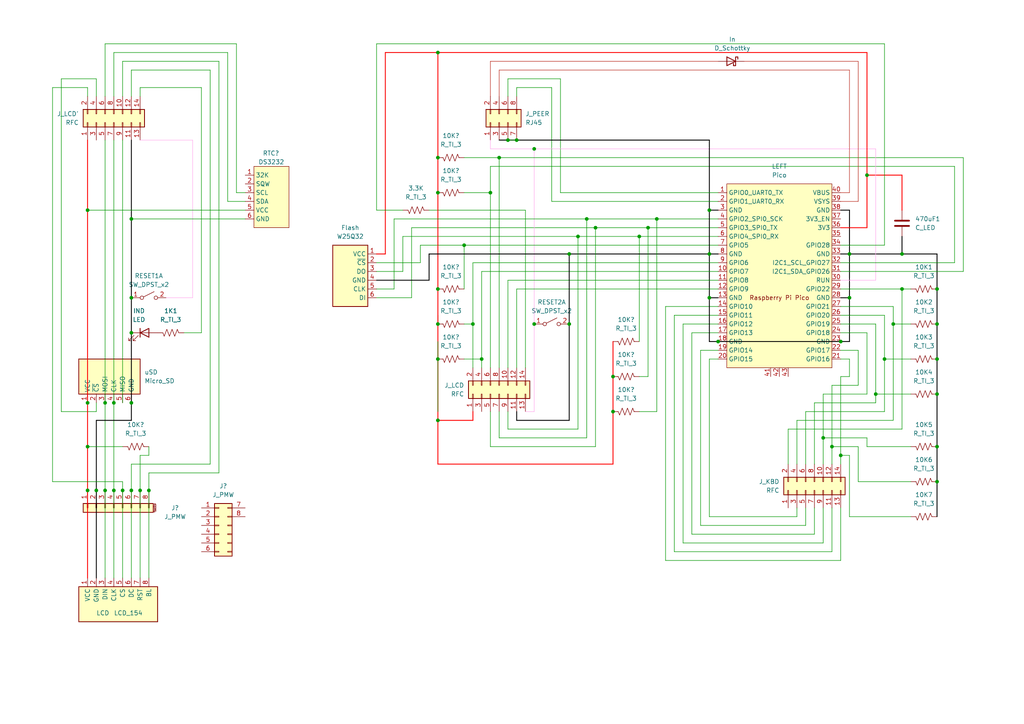
<source format=kicad_sch>
(kicad_sch (version 20211123) (generator eeschema)

  (uuid 811c87fd-d917-4af4-a151-5b5d708e69e4)

  (paper "A4")

  (lib_symbols
    (symbol "Connector_Generic:Conn_02x04_Odd_Even" (pin_names (offset 1.016) hide) (in_bom yes) (on_board yes)
      (property "Reference" "J" (id 0) (at 1.27 5.08 0)
        (effects (font (size 1.27 1.27)))
      )
      (property "Value" "Conn_02x04_Odd_Even" (id 1) (at 1.27 -7.62 0)
        (effects (font (size 1.27 1.27)))
      )
      (property "Footprint" "" (id 2) (at 0 0 0)
        (effects (font (size 1.27 1.27)) hide)
      )
      (property "Datasheet" "~" (id 3) (at 0 0 0)
        (effects (font (size 1.27 1.27)) hide)
      )
      (property "ki_keywords" "connector" (id 4) (at 0 0 0)
        (effects (font (size 1.27 1.27)) hide)
      )
      (property "ki_description" "Generic connector, double row, 02x04, odd/even pin numbering scheme (row 1 odd numbers, row 2 even numbers), script generated (kicad-library-utils/schlib/autogen/connector/)" (id 5) (at 0 0 0)
        (effects (font (size 1.27 1.27)) hide)
      )
      (property "ki_fp_filters" "Connector*:*_2x??_*" (id 6) (at 0 0 0)
        (effects (font (size 1.27 1.27)) hide)
      )
      (symbol "Conn_02x04_Odd_Even_1_1"
        (rectangle (start -1.27 -4.953) (end 0 -5.207)
          (stroke (width 0.1524) (type default) (color 0 0 0 0))
          (fill (type none))
        )
        (rectangle (start -1.27 -2.413) (end 0 -2.667)
          (stroke (width 0.1524) (type default) (color 0 0 0 0))
          (fill (type none))
        )
        (rectangle (start -1.27 0.127) (end 0 -0.127)
          (stroke (width 0.1524) (type default) (color 0 0 0 0))
          (fill (type none))
        )
        (rectangle (start -1.27 2.667) (end 0 2.413)
          (stroke (width 0.1524) (type default) (color 0 0 0 0))
          (fill (type none))
        )
        (rectangle (start -1.27 3.81) (end 3.81 -6.35)
          (stroke (width 0.254) (type default) (color 0 0 0 0))
          (fill (type background))
        )
        (rectangle (start 3.81 -4.953) (end 2.54 -5.207)
          (stroke (width 0.1524) (type default) (color 0 0 0 0))
          (fill (type none))
        )
        (rectangle (start 3.81 -2.413) (end 2.54 -2.667)
          (stroke (width 0.1524) (type default) (color 0 0 0 0))
          (fill (type none))
        )
        (rectangle (start 3.81 0.127) (end 2.54 -0.127)
          (stroke (width 0.1524) (type default) (color 0 0 0 0))
          (fill (type none))
        )
        (rectangle (start 3.81 2.667) (end 2.54 2.413)
          (stroke (width 0.1524) (type default) (color 0 0 0 0))
          (fill (type none))
        )
        (pin passive line (at -5.08 2.54 0) (length 3.81)
          (name "Pin_1" (effects (font (size 1.27 1.27))))
          (number "1" (effects (font (size 1.27 1.27))))
        )
        (pin passive line (at 7.62 2.54 180) (length 3.81)
          (name "Pin_2" (effects (font (size 1.27 1.27))))
          (number "2" (effects (font (size 1.27 1.27))))
        )
        (pin passive line (at -5.08 0 0) (length 3.81)
          (name "Pin_3" (effects (font (size 1.27 1.27))))
          (number "3" (effects (font (size 1.27 1.27))))
        )
        (pin passive line (at 7.62 0 180) (length 3.81)
          (name "Pin_4" (effects (font (size 1.27 1.27))))
          (number "4" (effects (font (size 1.27 1.27))))
        )
        (pin passive line (at -5.08 -2.54 0) (length 3.81)
          (name "Pin_5" (effects (font (size 1.27 1.27))))
          (number "5" (effects (font (size 1.27 1.27))))
        )
        (pin passive line (at 7.62 -2.54 180) (length 3.81)
          (name "Pin_6" (effects (font (size 1.27 1.27))))
          (number "6" (effects (font (size 1.27 1.27))))
        )
        (pin passive line (at -5.08 -5.08 0) (length 3.81)
          (name "Pin_7" (effects (font (size 1.27 1.27))))
          (number "7" (effects (font (size 1.27 1.27))))
        )
        (pin passive line (at 7.62 -5.08 180) (length 3.81)
          (name "Pin_8" (effects (font (size 1.27 1.27))))
          (number "8" (effects (font (size 1.27 1.27))))
        )
      )
    )
    (symbol "Connector_Generic:Conn_02x06_Top_Bottom" (pin_names (offset 1.016) hide) (in_bom yes) (on_board yes)
      (property "Reference" "J?" (id 0) (at 1.27 11.43 0)
        (effects (font (size 1.27 1.27)))
      )
      (property "Value" "J_PMW" (id 1) (at 1.27 8.89 0)
        (effects (font (size 1.27 1.27)))
      )
      (property "Footprint" "" (id 2) (at 0 0 0)
        (effects (font (size 1.27 1.27)) hide)
      )
      (property "Datasheet" "~" (id 3) (at 0 0 0)
        (effects (font (size 1.27 1.27)) hide)
      )
      (property "ki_keywords" "connector" (id 4) (at 0 0 0)
        (effects (font (size 1.27 1.27)) hide)
      )
      (property "ki_description" "Generic connector, double row, 02x06, top/bottom pin numbering scheme (row 1: 1...pins_per_row, row2: pins_per_row+1 ... num_pins), script generated (kicad-library-utils/schlib/autogen/connector/)" (id 5) (at 0 0 0)
        (effects (font (size 1.27 1.27)) hide)
      )
      (property "ki_fp_filters" "Connector*:*_2x??_*" (id 6) (at 0 0 0)
        (effects (font (size 1.27 1.27)) hide)
      )
      (symbol "Conn_02x06_Top_Bottom_1_1"
        (rectangle (start -1.27 -7.493) (end 0 -7.747)
          (stroke (width 0.1524) (type default) (color 0 0 0 0))
          (fill (type none))
        )
        (rectangle (start -1.27 -4.953) (end 0 -5.207)
          (stroke (width 0.1524) (type default) (color 0 0 0 0))
          (fill (type none))
        )
        (rectangle (start -1.27 -2.413) (end 0 -2.667)
          (stroke (width 0.1524) (type default) (color 0 0 0 0))
          (fill (type none))
        )
        (rectangle (start -1.27 0.127) (end 0 -0.127)
          (stroke (width 0.1524) (type default) (color 0 0 0 0))
          (fill (type none))
        )
        (rectangle (start -1.27 2.667) (end 0 2.413)
          (stroke (width 0.1524) (type default) (color 0 0 0 0))
          (fill (type none))
        )
        (rectangle (start -1.27 5.207) (end 0 4.953)
          (stroke (width 0.1524) (type default) (color 0 0 0 0))
          (fill (type none))
        )
        (rectangle (start -1.27 6.35) (end 3.81 -8.89)
          (stroke (width 0.254) (type default) (color 0 0 0 0))
          (fill (type background))
        )
        (rectangle (start 3.81 -7.493) (end 2.54 -7.747)
          (stroke (width 0.1524) (type default) (color 0 0 0 0))
          (fill (type none))
        )
        (rectangle (start 3.81 -4.953) (end 2.54 -5.207)
          (stroke (width 0.1524) (type default) (color 0 0 0 0))
          (fill (type none))
        )
        (rectangle (start 3.81 -2.413) (end 2.54 -2.667)
          (stroke (width 0.1524) (type default) (color 0 0 0 0))
          (fill (type none))
        )
        (rectangle (start 3.81 0.127) (end 2.54 -0.127)
          (stroke (width 0.1524) (type default) (color 0 0 0 0))
          (fill (type none))
        )
        (rectangle (start 3.81 2.667) (end 2.54 2.413)
          (stroke (width 0.1524) (type default) (color 0 0 0 0))
          (fill (type none))
        )
        (rectangle (start 3.81 5.207) (end 2.54 4.953)
          (stroke (width 0.1524) (type default) (color 0 0 0 0))
          (fill (type none))
        )
        (pin passive line (at -5.08 5.08 0) (length 3.81)
          (name "Pin_1" (effects (font (size 1.27 1.27))))
          (number "1" (effects (font (size 1.27 1.27))))
        )
        (pin passive line (at -5.08 2.54 0) (length 3.81)
          (name "Pin_2" (effects (font (size 1.27 1.27))))
          (number "2" (effects (font (size 1.27 1.27))))
        )
        (pin passive line (at -5.08 0 0) (length 3.81)
          (name "Pin_3" (effects (font (size 1.27 1.27))))
          (number "3" (effects (font (size 1.27 1.27))))
        )
        (pin passive line (at -5.08 -2.54 0) (length 3.81)
          (name "Pin_4" (effects (font (size 1.27 1.27))))
          (number "4" (effects (font (size 1.27 1.27))))
        )
        (pin passive line (at -5.08 -5.08 0) (length 3.81)
          (name "Pin_5" (effects (font (size 1.27 1.27))))
          (number "5" (effects (font (size 1.27 1.27))))
        )
        (pin passive line (at -5.08 -7.62 0) (length 3.81)
          (name "Pin_6" (effects (font (size 1.27 1.27))))
          (number "6" (effects (font (size 1.27 1.27))))
        )
        (pin passive line (at 7.62 5.08 180) (length 3.81)
          (name "Pin_7" (effects (font (size 1.27 1.27))))
          (number "7" (effects (font (size 1.27 1.27))))
        )
        (pin passive line (at 7.62 2.54 180) (length 3.81)
          (name "Pin_8" (effects (font (size 1.27 1.27))))
          (number "8" (effects (font (size 1.27 1.27))))
        )
      )
    )
    (symbol "Connector_Generic:Conn_02x07_Odd_Even" (pin_names (offset 1.016) hide) (in_bom yes) (on_board yes)
      (property "Reference" "J" (id 0) (at 1.27 10.16 0)
        (effects (font (size 1.27 1.27)))
      )
      (property "Value" "Conn_02x07_Odd_Even" (id 1) (at 1.27 -10.16 0)
        (effects (font (size 1.27 1.27)))
      )
      (property "Footprint" "" (id 2) (at 0 0 0)
        (effects (font (size 1.27 1.27)) hide)
      )
      (property "Datasheet" "~" (id 3) (at 0 0 0)
        (effects (font (size 1.27 1.27)) hide)
      )
      (property "ki_keywords" "connector" (id 4) (at 0 0 0)
        (effects (font (size 1.27 1.27)) hide)
      )
      (property "ki_description" "Generic connector, double row, 02x07, odd/even pin numbering scheme (row 1 odd numbers, row 2 even numbers), script generated (kicad-library-utils/schlib/autogen/connector/)" (id 5) (at 0 0 0)
        (effects (font (size 1.27 1.27)) hide)
      )
      (property "ki_fp_filters" "Connector*:*_2x??_*" (id 6) (at 0 0 0)
        (effects (font (size 1.27 1.27)) hide)
      )
      (symbol "Conn_02x07_Odd_Even_1_1"
        (rectangle (start -1.27 -7.493) (end 0 -7.747)
          (stroke (width 0.1524) (type default) (color 0 0 0 0))
          (fill (type none))
        )
        (rectangle (start -1.27 -4.953) (end 0 -5.207)
          (stroke (width 0.1524) (type default) (color 0 0 0 0))
          (fill (type none))
        )
        (rectangle (start -1.27 -2.413) (end 0 -2.667)
          (stroke (width 0.1524) (type default) (color 0 0 0 0))
          (fill (type none))
        )
        (rectangle (start -1.27 0.127) (end 0 -0.127)
          (stroke (width 0.1524) (type default) (color 0 0 0 0))
          (fill (type none))
        )
        (rectangle (start -1.27 2.667) (end 0 2.413)
          (stroke (width 0.1524) (type default) (color 0 0 0 0))
          (fill (type none))
        )
        (rectangle (start -1.27 5.207) (end 0 4.953)
          (stroke (width 0.1524) (type default) (color 0 0 0 0))
          (fill (type none))
        )
        (rectangle (start -1.27 7.747) (end 0 7.493)
          (stroke (width 0.1524) (type default) (color 0 0 0 0))
          (fill (type none))
        )
        (rectangle (start -1.27 8.89) (end 3.81 -8.89)
          (stroke (width 0.254) (type default) (color 0 0 0 0))
          (fill (type background))
        )
        (rectangle (start 3.81 -7.493) (end 2.54 -7.747)
          (stroke (width 0.1524) (type default) (color 0 0 0 0))
          (fill (type none))
        )
        (rectangle (start 3.81 -4.953) (end 2.54 -5.207)
          (stroke (width 0.1524) (type default) (color 0 0 0 0))
          (fill (type none))
        )
        (rectangle (start 3.81 -2.413) (end 2.54 -2.667)
          (stroke (width 0.1524) (type default) (color 0 0 0 0))
          (fill (type none))
        )
        (rectangle (start 3.81 0.127) (end 2.54 -0.127)
          (stroke (width 0.1524) (type default) (color 0 0 0 0))
          (fill (type none))
        )
        (rectangle (start 3.81 2.667) (end 2.54 2.413)
          (stroke (width 0.1524) (type default) (color 0 0 0 0))
          (fill (type none))
        )
        (rectangle (start 3.81 5.207) (end 2.54 4.953)
          (stroke (width 0.1524) (type default) (color 0 0 0 0))
          (fill (type none))
        )
        (rectangle (start 3.81 7.747) (end 2.54 7.493)
          (stroke (width 0.1524) (type default) (color 0 0 0 0))
          (fill (type none))
        )
        (pin passive line (at -5.08 7.62 0) (length 3.81)
          (name "Pin_1" (effects (font (size 1.27 1.27))))
          (number "1" (effects (font (size 1.27 1.27))))
        )
        (pin passive line (at 7.62 -2.54 180) (length 3.81)
          (name "Pin_10" (effects (font (size 1.27 1.27))))
          (number "10" (effects (font (size 1.27 1.27))))
        )
        (pin passive line (at -5.08 -5.08 0) (length 3.81)
          (name "Pin_11" (effects (font (size 1.27 1.27))))
          (number "11" (effects (font (size 1.27 1.27))))
        )
        (pin passive line (at 7.62 -5.08 180) (length 3.81)
          (name "Pin_12" (effects (font (size 1.27 1.27))))
          (number "12" (effects (font (size 1.27 1.27))))
        )
        (pin passive line (at -5.08 -7.62 0) (length 3.81)
          (name "Pin_13" (effects (font (size 1.27 1.27))))
          (number "13" (effects (font (size 1.27 1.27))))
        )
        (pin passive line (at 7.62 -7.62 180) (length 3.81)
          (name "Pin_14" (effects (font (size 1.27 1.27))))
          (number "14" (effects (font (size 1.27 1.27))))
        )
        (pin passive line (at 7.62 7.62 180) (length 3.81)
          (name "Pin_2" (effects (font (size 1.27 1.27))))
          (number "2" (effects (font (size 1.27 1.27))))
        )
        (pin passive line (at -5.08 5.08 0) (length 3.81)
          (name "Pin_3" (effects (font (size 1.27 1.27))))
          (number "3" (effects (font (size 1.27 1.27))))
        )
        (pin passive line (at 7.62 5.08 180) (length 3.81)
          (name "Pin_4" (effects (font (size 1.27 1.27))))
          (number "4" (effects (font (size 1.27 1.27))))
        )
        (pin passive line (at -5.08 2.54 0) (length 3.81)
          (name "Pin_5" (effects (font (size 1.27 1.27))))
          (number "5" (effects (font (size 1.27 1.27))))
        )
        (pin passive line (at 7.62 2.54 180) (length 3.81)
          (name "Pin_6" (effects (font (size 1.27 1.27))))
          (number "6" (effects (font (size 1.27 1.27))))
        )
        (pin passive line (at -5.08 0 0) (length 3.81)
          (name "Pin_7" (effects (font (size 1.27 1.27))))
          (number "7" (effects (font (size 1.27 1.27))))
        )
        (pin passive line (at 7.62 0 180) (length 3.81)
          (name "Pin_8" (effects (font (size 1.27 1.27))))
          (number "8" (effects (font (size 1.27 1.27))))
        )
        (pin passive line (at -5.08 -2.54 0) (length 3.81)
          (name "Pin_9" (effects (font (size 1.27 1.27))))
          (number "9" (effects (font (size 1.27 1.27))))
        )
      )
    )
    (symbol "Connector_Generic_MountingPin:Conn_01x08_MountingPin" (pin_names (offset 1.016) hide) (in_bom yes) (on_board yes)
      (property "Reference" "J?" (id 0) (at 1.6256 -3.81 90)
        (effects (font (size 1.27 1.27)))
      )
      (property "Value" "J_PMW" (id 1) (at 15.24 -2.54 90)
        (effects (font (size 1.27 1.27)))
      )
      (property "Footprint" "" (id 2) (at 0 0 0)
        (effects (font (size 1.27 1.27)) hide)
      )
      (property "Datasheet" "~" (id 3) (at 0 0 0)
        (effects (font (size 1.27 1.27)) hide)
      )
      (property "ki_keywords" "connector" (id 4) (at 0 0 0)
        (effects (font (size 1.27 1.27)) hide)
      )
      (property "ki_description" "Generic connectable mounting pin connector, single row, 01x08, script generated (kicad-library-utils/schlib/autogen/connector/)" (id 5) (at 0 0 0)
        (effects (font (size 1.27 1.27)) hide)
      )
      (property "ki_fp_filters" "Connector*:*_1x??-1MP*" (id 6) (at 0 0 0)
        (effects (font (size 1.27 1.27)) hide)
      )
      (symbol "Conn_01x08_MountingPin_1_1"
        (rectangle (start -1.27 -10.033) (end 0 -10.287)
          (stroke (width 0.1524) (type default) (color 0 0 0 0))
          (fill (type none))
        )
        (rectangle (start -1.27 -7.493) (end 0 -7.747)
          (stroke (width 0.1524) (type default) (color 0 0 0 0))
          (fill (type none))
        )
        (rectangle (start -1.27 -4.953) (end 0 -5.207)
          (stroke (width 0.1524) (type default) (color 0 0 0 0))
          (fill (type none))
        )
        (rectangle (start -1.27 -2.413) (end 0 -2.667)
          (stroke (width 0.1524) (type default) (color 0 0 0 0))
          (fill (type none))
        )
        (rectangle (start -1.27 0.127) (end 0 -0.127)
          (stroke (width 0.1524) (type default) (color 0 0 0 0))
          (fill (type none))
        )
        (rectangle (start -1.27 2.667) (end 0 2.413)
          (stroke (width 0.1524) (type default) (color 0 0 0 0))
          (fill (type none))
        )
        (rectangle (start -1.27 5.207) (end 0 4.953)
          (stroke (width 0.1524) (type default) (color 0 0 0 0))
          (fill (type none))
        )
        (rectangle (start -1.27 7.747) (end 0 7.493)
          (stroke (width 0.1524) (type default) (color 0 0 0 0))
          (fill (type none))
        )
        (rectangle (start -1.27 8.89) (end 1.27 -11.43)
          (stroke (width 0.254) (type default) (color 0 0 0 0))
          (fill (type background))
        )
        (polyline
          (pts
            (xy -1.016 -12.192)
            (xy 1.016 -12.192)
          )
          (stroke (width 0.1524) (type default) (color 0 0 0 0))
          (fill (type none))
        )
        (text "Mounting" (at 0 -11.811 0)
          (effects (font (size 0.381 0.381)))
        )
        (pin passive line (at -5.08 7.62 0) (length 3.81)
          (name "Pin_1" (effects (font (size 1.27 1.27))))
          (number "1" (effects (font (size 1.27 1.27))))
        )
        (pin passive line (at -5.08 5.08 0) (length 3.81)
          (name "Pin_2" (effects (font (size 1.27 1.27))))
          (number "2" (effects (font (size 1.27 1.27))))
        )
        (pin passive line (at -5.08 2.54 0) (length 3.81)
          (name "Pin_3" (effects (font (size 1.27 1.27))))
          (number "3" (effects (font (size 1.27 1.27))))
        )
        (pin passive line (at -5.08 0 0) (length 3.81)
          (name "Pin_4" (effects (font (size 1.27 1.27))))
          (number "4" (effects (font (size 1.27 1.27))))
        )
        (pin passive line (at -5.08 -2.54 0) (length 3.81)
          (name "Pin_5" (effects (font (size 1.27 1.27))))
          (number "5" (effects (font (size 1.27 1.27))))
        )
        (pin passive line (at -5.08 -5.08 0) (length 3.81)
          (name "Pin_6" (effects (font (size 1.27 1.27))))
          (number "6" (effects (font (size 1.27 1.27))))
        )
        (pin passive line (at -5.08 -7.62 0) (length 3.81)
          (name "Pin_7" (effects (font (size 1.27 1.27))))
          (number "7" (effects (font (size 1.27 1.27))))
        )
        (pin passive line (at -5.08 -10.16 0) (length 3.81)
          (name "Pin_8" (effects (font (size 1.27 1.27))))
          (number "8" (effects (font (size 1.27 1.27))))
        )
      )
    )
    (symbol "Device:C" (pin_numbers hide) (pin_names (offset 0.254)) (in_bom yes) (on_board yes)
      (property "Reference" "C" (id 0) (at 0.635 2.54 0)
        (effects (font (size 1.27 1.27)) (justify left))
      )
      (property "Value" "C" (id 1) (at 0.635 -2.54 0)
        (effects (font (size 1.27 1.27)) (justify left))
      )
      (property "Footprint" "" (id 2) (at 0.9652 -3.81 0)
        (effects (font (size 1.27 1.27)) hide)
      )
      (property "Datasheet" "~" (id 3) (at 0 0 0)
        (effects (font (size 1.27 1.27)) hide)
      )
      (property "ki_keywords" "cap capacitor" (id 4) (at 0 0 0)
        (effects (font (size 1.27 1.27)) hide)
      )
      (property "ki_description" "Unpolarized capacitor" (id 5) (at 0 0 0)
        (effects (font (size 1.27 1.27)) hide)
      )
      (property "ki_fp_filters" "C_*" (id 6) (at 0 0 0)
        (effects (font (size 1.27 1.27)) hide)
      )
      (symbol "C_0_1"
        (polyline
          (pts
            (xy -2.032 -0.762)
            (xy 2.032 -0.762)
          )
          (stroke (width 0.508) (type default) (color 0 0 0 0))
          (fill (type none))
        )
        (polyline
          (pts
            (xy -2.032 0.762)
            (xy 2.032 0.762)
          )
          (stroke (width 0.508) (type default) (color 0 0 0 0))
          (fill (type none))
        )
      )
      (symbol "C_1_1"
        (pin passive line (at 0 3.81 270) (length 2.794)
          (name "~" (effects (font (size 1.27 1.27))))
          (number "1" (effects (font (size 1.27 1.27))))
        )
        (pin passive line (at 0 -3.81 90) (length 2.794)
          (name "~" (effects (font (size 1.27 1.27))))
          (number "2" (effects (font (size 1.27 1.27))))
        )
      )
    )
    (symbol "Device:D_Schottky" (pin_numbers hide) (pin_names (offset 1.016) hide) (in_bom yes) (on_board yes)
      (property "Reference" "D" (id 0) (at 0 2.54 0)
        (effects (font (size 1.27 1.27)))
      )
      (property "Value" "D_Schottky" (id 1) (at 0 -2.54 0)
        (effects (font (size 1.27 1.27)))
      )
      (property "Footprint" "" (id 2) (at 0 0 0)
        (effects (font (size 1.27 1.27)) hide)
      )
      (property "Datasheet" "~" (id 3) (at 0 0 0)
        (effects (font (size 1.27 1.27)) hide)
      )
      (property "ki_keywords" "diode Schottky" (id 4) (at 0 0 0)
        (effects (font (size 1.27 1.27)) hide)
      )
      (property "ki_description" "Schottky diode" (id 5) (at 0 0 0)
        (effects (font (size 1.27 1.27)) hide)
      )
      (property "ki_fp_filters" "TO-???* *_Diode_* *SingleDiode* D_*" (id 6) (at 0 0 0)
        (effects (font (size 1.27 1.27)) hide)
      )
      (symbol "D_Schottky_0_1"
        (polyline
          (pts
            (xy 1.27 0)
            (xy -1.27 0)
          )
          (stroke (width 0) (type default) (color 0 0 0 0))
          (fill (type none))
        )
        (polyline
          (pts
            (xy 1.27 1.27)
            (xy 1.27 -1.27)
            (xy -1.27 0)
            (xy 1.27 1.27)
          )
          (stroke (width 0.254) (type default) (color 0 0 0 0))
          (fill (type none))
        )
        (polyline
          (pts
            (xy -1.905 0.635)
            (xy -1.905 1.27)
            (xy -1.27 1.27)
            (xy -1.27 -1.27)
            (xy -0.635 -1.27)
            (xy -0.635 -0.635)
          )
          (stroke (width 0.254) (type default) (color 0 0 0 0))
          (fill (type none))
        )
      )
      (symbol "D_Schottky_1_1"
        (pin passive line (at -3.81 0 0) (length 2.54)
          (name "K" (effects (font (size 1.27 1.27))))
          (number "1" (effects (font (size 1.27 1.27))))
        )
        (pin passive line (at 3.81 0 180) (length 2.54)
          (name "A" (effects (font (size 1.27 1.27))))
          (number "2" (effects (font (size 1.27 1.27))))
        )
      )
    )
    (symbol "Device:LED" (pin_numbers hide) (pin_names (offset 1.016) hide) (in_bom yes) (on_board yes)
      (property "Reference" "D" (id 0) (at 0 2.54 0)
        (effects (font (size 1.27 1.27)))
      )
      (property "Value" "LED" (id 1) (at 0 -2.54 0)
        (effects (font (size 1.27 1.27)))
      )
      (property "Footprint" "" (id 2) (at 0 0 0)
        (effects (font (size 1.27 1.27)) hide)
      )
      (property "Datasheet" "~" (id 3) (at 0 0 0)
        (effects (font (size 1.27 1.27)) hide)
      )
      (property "ki_keywords" "LED diode" (id 4) (at 0 0 0)
        (effects (font (size 1.27 1.27)) hide)
      )
      (property "ki_description" "Light emitting diode" (id 5) (at 0 0 0)
        (effects (font (size 1.27 1.27)) hide)
      )
      (property "ki_fp_filters" "LED* LED_SMD:* LED_THT:*" (id 6) (at 0 0 0)
        (effects (font (size 1.27 1.27)) hide)
      )
      (symbol "LED_0_1"
        (polyline
          (pts
            (xy -1.27 -1.27)
            (xy -1.27 1.27)
          )
          (stroke (width 0.254) (type default) (color 0 0 0 0))
          (fill (type none))
        )
        (polyline
          (pts
            (xy -1.27 0)
            (xy 1.27 0)
          )
          (stroke (width 0) (type default) (color 0 0 0 0))
          (fill (type none))
        )
        (polyline
          (pts
            (xy 1.27 -1.27)
            (xy 1.27 1.27)
            (xy -1.27 0)
            (xy 1.27 -1.27)
          )
          (stroke (width 0.254) (type default) (color 0 0 0 0))
          (fill (type none))
        )
        (polyline
          (pts
            (xy -3.048 -0.762)
            (xy -4.572 -2.286)
            (xy -3.81 -2.286)
            (xy -4.572 -2.286)
            (xy -4.572 -1.524)
          )
          (stroke (width 0) (type default) (color 0 0 0 0))
          (fill (type none))
        )
        (polyline
          (pts
            (xy -1.778 -0.762)
            (xy -3.302 -2.286)
            (xy -2.54 -2.286)
            (xy -3.302 -2.286)
            (xy -3.302 -1.524)
          )
          (stroke (width 0) (type default) (color 0 0 0 0))
          (fill (type none))
        )
      )
      (symbol "LED_1_1"
        (pin passive line (at -3.81 0 0) (length 2.54)
          (name "K" (effects (font (size 1.27 1.27))))
          (number "1" (effects (font (size 1.27 1.27))))
        )
        (pin passive line (at 3.81 0 180) (length 2.54)
          (name "A" (effects (font (size 1.27 1.27))))
          (number "2" (effects (font (size 1.27 1.27))))
        )
      )
    )
    (symbol "Device:R_US" (pin_numbers hide) (pin_names (offset 0)) (in_bom yes) (on_board yes)
      (property "Reference" "R" (id 0) (at 2.54 0 90)
        (effects (font (size 1.27 1.27)))
      )
      (property "Value" "R_US" (id 1) (at -2.54 0 90)
        (effects (font (size 1.27 1.27)))
      )
      (property "Footprint" "" (id 2) (at 1.016 -0.254 90)
        (effects (font (size 1.27 1.27)) hide)
      )
      (property "Datasheet" "~" (id 3) (at 0 0 0)
        (effects (font (size 1.27 1.27)) hide)
      )
      (property "ki_keywords" "R res resistor" (id 4) (at 0 0 0)
        (effects (font (size 1.27 1.27)) hide)
      )
      (property "ki_description" "Resistor, US symbol" (id 5) (at 0 0 0)
        (effects (font (size 1.27 1.27)) hide)
      )
      (property "ki_fp_filters" "R_*" (id 6) (at 0 0 0)
        (effects (font (size 1.27 1.27)) hide)
      )
      (symbol "R_US_0_1"
        (polyline
          (pts
            (xy 0 -2.286)
            (xy 0 -2.54)
          )
          (stroke (width 0) (type default) (color 0 0 0 0))
          (fill (type none))
        )
        (polyline
          (pts
            (xy 0 2.286)
            (xy 0 2.54)
          )
          (stroke (width 0) (type default) (color 0 0 0 0))
          (fill (type none))
        )
        (polyline
          (pts
            (xy 0 -0.762)
            (xy 1.016 -1.143)
            (xy 0 -1.524)
            (xy -1.016 -1.905)
            (xy 0 -2.286)
          )
          (stroke (width 0) (type default) (color 0 0 0 0))
          (fill (type none))
        )
        (polyline
          (pts
            (xy 0 0.762)
            (xy 1.016 0.381)
            (xy 0 0)
            (xy -1.016 -0.381)
            (xy 0 -0.762)
          )
          (stroke (width 0) (type default) (color 0 0 0 0))
          (fill (type none))
        )
        (polyline
          (pts
            (xy 0 2.286)
            (xy 1.016 1.905)
            (xy 0 1.524)
            (xy -1.016 1.143)
            (xy 0 0.762)
          )
          (stroke (width 0) (type default) (color 0 0 0 0))
          (fill (type none))
        )
      )
      (symbol "R_US_1_1"
        (pin passive line (at 0 3.81 270) (length 1.27)
          (name "~" (effects (font (size 1.27 1.27))))
          (number "1" (effects (font (size 1.27 1.27))))
        )
        (pin passive line (at 0 -3.81 90) (length 1.27)
          (name "~" (effects (font (size 1.27 1.27))))
          (number "2" (effects (font (size 1.27 1.27))))
        )
      )
    )
    (symbol "MCU_RaspberryPi_and_Boards:Pico" (in_bom yes) (on_board yes)
      (property "Reference" "LEFT" (id 0) (at 0 31.75 0)
        (effects (font (size 1.27 1.27)))
      )
      (property "Value" "Pico" (id 1) (at 0 29.21 0)
        (effects (font (size 1.27 1.27)))
      )
      (property "Footprint" "MCU_RaspberryPi_and_Boards:RPi_Pico_SMD_TH" (id 2) (at 0 0 90)
        (effects (font (size 1.27 1.27)) hide)
      )
      (property "Datasheet" "" (id 3) (at 0 0 0)
        (effects (font (size 1.27 1.27)) hide)
      )
      (symbol "Pico_0_0"
        (text "Raspberry Pi Pico" (at 0 -6.35 0)
          (effects (font (size 1.27 1.27)))
        )
      )
      (symbol "Pico_0_1"
        (rectangle (start -15.24 26.67) (end 15.24 -26.67)
          (stroke (width 0) (type default) (color 0 0 0 0))
          (fill (type background))
        )
      )
      (symbol "Pico_1_1"
        (pin bidirectional line (at -17.78 24.13 0) (length 2.54)
          (name "GPIO0_UART0_TX" (effects (font (size 1.27 1.27))))
          (number "1" (effects (font (size 1.27 1.27))))
        )
        (pin bidirectional line (at -17.78 1.27 0) (length 2.54)
          (name "GPIO7" (effects (font (size 1.27 1.27))))
          (number "10" (effects (font (size 1.27 1.27))))
        )
        (pin bidirectional line (at -17.78 -1.27 0) (length 2.54)
          (name "GPIO8" (effects (font (size 1.27 1.27))))
          (number "11" (effects (font (size 1.27 1.27))))
        )
        (pin bidirectional line (at -17.78 -3.81 0) (length 2.54)
          (name "GPIO9" (effects (font (size 1.27 1.27))))
          (number "12" (effects (font (size 1.27 1.27))))
        )
        (pin power_in line (at -17.78 -6.35 0) (length 2.54)
          (name "GND" (effects (font (size 1.27 1.27))))
          (number "13" (effects (font (size 1.27 1.27))))
        )
        (pin bidirectional line (at -17.78 -8.89 0) (length 2.54)
          (name "GPIO10" (effects (font (size 1.27 1.27))))
          (number "14" (effects (font (size 1.27 1.27))))
        )
        (pin bidirectional line (at -17.78 -11.43 0) (length 2.54)
          (name "GPIO11" (effects (font (size 1.27 1.27))))
          (number "15" (effects (font (size 1.27 1.27))))
        )
        (pin bidirectional line (at -17.78 -13.97 0) (length 2.54)
          (name "GPIO12" (effects (font (size 1.27 1.27))))
          (number "16" (effects (font (size 1.27 1.27))))
        )
        (pin bidirectional line (at -17.78 -16.51 0) (length 2.54)
          (name "GPIO13" (effects (font (size 1.27 1.27))))
          (number "17" (effects (font (size 1.27 1.27))))
        )
        (pin power_in line (at -17.78 -19.05 0) (length 2.54)
          (name "GND" (effects (font (size 1.27 1.27))))
          (number "18" (effects (font (size 1.27 1.27))))
        )
        (pin bidirectional line (at -17.78 -21.59 0) (length 2.54)
          (name "GPIO14" (effects (font (size 1.27 1.27))))
          (number "19" (effects (font (size 1.27 1.27))))
        )
        (pin bidirectional line (at -17.78 21.59 0) (length 2.54)
          (name "GPIO1_UART0_RX" (effects (font (size 1.27 1.27))))
          (number "2" (effects (font (size 1.27 1.27))))
        )
        (pin bidirectional line (at -17.78 -24.13 0) (length 2.54)
          (name "GPIO15" (effects (font (size 1.27 1.27))))
          (number "20" (effects (font (size 1.27 1.27))))
        )
        (pin bidirectional line (at 17.78 -24.13 180) (length 2.54)
          (name "GPIO16" (effects (font (size 1.27 1.27))))
          (number "21" (effects (font (size 1.27 1.27))))
        )
        (pin bidirectional line (at 17.78 -21.59 180) (length 2.54)
          (name "GPIO17" (effects (font (size 1.27 1.27))))
          (number "22" (effects (font (size 1.27 1.27))))
        )
        (pin power_in line (at 17.78 -19.05 180) (length 2.54)
          (name "GND" (effects (font (size 1.27 1.27))))
          (number "23" (effects (font (size 1.27 1.27))))
        )
        (pin bidirectional line (at 17.78 -16.51 180) (length 2.54)
          (name "GPIO18" (effects (font (size 1.27 1.27))))
          (number "24" (effects (font (size 1.27 1.27))))
        )
        (pin bidirectional line (at 17.78 -13.97 180) (length 2.54)
          (name "GPIO19" (effects (font (size 1.27 1.27))))
          (number "25" (effects (font (size 1.27 1.27))))
        )
        (pin bidirectional line (at 17.78 -11.43 180) (length 2.54)
          (name "GPIO20" (effects (font (size 1.27 1.27))))
          (number "26" (effects (font (size 1.27 1.27))))
        )
        (pin bidirectional line (at 17.78 -8.89 180) (length 2.54)
          (name "GPIO21" (effects (font (size 1.27 1.27))))
          (number "27" (effects (font (size 1.27 1.27))))
        )
        (pin power_in line (at 17.78 -6.35 180) (length 2.54)
          (name "GND" (effects (font (size 1.27 1.27))))
          (number "28" (effects (font (size 1.27 1.27))))
        )
        (pin bidirectional line (at 17.78 -3.81 180) (length 2.54)
          (name "GPIO22" (effects (font (size 1.27 1.27))))
          (number "29" (effects (font (size 1.27 1.27))))
        )
        (pin power_in line (at -17.78 19.05 0) (length 2.54)
          (name "GND" (effects (font (size 1.27 1.27))))
          (number "3" (effects (font (size 1.27 1.27))))
        )
        (pin input line (at 17.78 -1.27 180) (length 2.54)
          (name "RUN" (effects (font (size 1.27 1.27))))
          (number "30" (effects (font (size 1.27 1.27))))
        )
        (pin bidirectional line (at 17.78 1.27 180) (length 2.54)
          (name "I2C1_SDA_GPIO26" (effects (font (size 1.27 1.27))))
          (number "31" (effects (font (size 1.27 1.27))))
        )
        (pin bidirectional line (at 17.78 3.81 180) (length 2.54)
          (name "I2C1_SCL_GPIO27" (effects (font (size 1.27 1.27))))
          (number "32" (effects (font (size 1.27 1.27))))
        )
        (pin power_in line (at 17.78 6.35 180) (length 2.54)
          (name "GND" (effects (font (size 1.27 1.27))))
          (number "33" (effects (font (size 1.27 1.27))))
        )
        (pin bidirectional line (at 17.78 8.89 180) (length 2.54)
          (name "GPIO28" (effects (font (size 1.27 1.27))))
          (number "34" (effects (font (size 1.27 1.27))))
        )
        (pin power_in line (at 17.78 11.43 180) (length 2.54)
          (name "" (effects (font (size 1.27 1.27))))
          (number "35" (effects (font (size 1.27 1.27))))
        )
        (pin power_in line (at 17.78 13.97 180) (length 2.54)
          (name "3V3" (effects (font (size 1.27 1.27))))
          (number "36" (effects (font (size 1.27 1.27))))
        )
        (pin input line (at 17.78 16.51 180) (length 2.54)
          (name "3V3_EN" (effects (font (size 1.27 1.27))))
          (number "37" (effects (font (size 1.27 1.27))))
        )
        (pin bidirectional line (at 17.78 19.05 180) (length 2.54)
          (name "GND" (effects (font (size 1.27 1.27))))
          (number "38" (effects (font (size 1.27 1.27))))
        )
        (pin power_in line (at 17.78 21.59 180) (length 2.54)
          (name "VSYS" (effects (font (size 1.27 1.27))))
          (number "39" (effects (font (size 1.27 1.27))))
        )
        (pin bidirectional line (at -17.78 16.51 0) (length 2.54)
          (name "GPIO2_SPI0_SCK" (effects (font (size 1.27 1.27))))
          (number "4" (effects (font (size 1.27 1.27))))
        )
        (pin power_in line (at 17.78 24.13 180) (length 2.54)
          (name "VBUS" (effects (font (size 1.27 1.27))))
          (number "40" (effects (font (size 1.27 1.27))))
        )
        (pin input line (at -2.54 -29.21 90) (length 2.54)
          (name "" (effects (font (size 1.27 1.27))))
          (number "41" (effects (font (size 1.27 1.27))))
        )
        (pin power_in line (at 0 -29.21 90) (length 2.54)
          (name "" (effects (font (size 1.27 1.27))))
          (number "42" (effects (font (size 1.27 1.27))))
        )
        (pin bidirectional line (at 2.54 -29.21 90) (length 2.54)
          (name "" (effects (font (size 1.27 1.27))))
          (number "43" (effects (font (size 1.27 1.27))))
        )
        (pin bidirectional line (at -17.78 13.97 0) (length 2.54)
          (name "GPIO3_SPI0_TX" (effects (font (size 1.27 1.27))))
          (number "5" (effects (font (size 1.27 1.27))))
        )
        (pin bidirectional line (at -17.78 11.43 0) (length 2.54)
          (name "GPIO4_SPI0_RX" (effects (font (size 1.27 1.27))))
          (number "6" (effects (font (size 1.27 1.27))))
        )
        (pin bidirectional line (at -17.78 8.89 0) (length 2.54)
          (name "GPIO5" (effects (font (size 1.27 1.27))))
          (number "7" (effects (font (size 1.27 1.27))))
        )
        (pin power_in line (at -17.78 6.35 0) (length 2.54)
          (name "GND" (effects (font (size 1.27 1.27))))
          (number "8" (effects (font (size 1.27 1.27))))
        )
        (pin bidirectional line (at -17.78 3.81 0) (length 2.54)
          (name "GPIO6" (effects (font (size 1.27 1.27))))
          (number "9" (effects (font (size 1.27 1.27))))
        )
      )
    )
    (symbol "My_Library:DS3232" (in_bom yes) (on_board yes)
      (property "Reference" "RTC?" (id 0) (at 2.54 11.43 0)
        (effects (font (size 1.27 1.27)) (justify right))
      )
      (property "Value" "DS3232" (id 1) (at 3.81 8.89 0)
        (effects (font (size 1.27 1.27)) (justify right))
      )
      (property "Footprint" "" (id 2) (at 0 0 0)
        (effects (font (size 1.27 1.27)) hide)
      )
      (property "Datasheet" "" (id 3) (at 0 0 0)
        (effects (font (size 1.27 1.27)) hide)
      )
      (symbol "DS3232_0_0"
        (pin output line (at 7.62 5.08 180) (length 2.54)
          (name "32K" (effects (font (size 1.27 1.27))))
          (number "1" (effects (font (size 1.27 1.27))))
        )
        (pin output line (at 7.62 2.54 180) (length 2.54)
          (name "SQW" (effects (font (size 1.27 1.27))))
          (number "2" (effects (font (size 1.27 1.27))))
        )
        (pin bidirectional line (at 7.62 0 180) (length 2.54)
          (name "SCL" (effects (font (size 1.27 1.27))))
          (number "3" (effects (font (size 1.27 1.27))))
        )
        (pin bidirectional line (at 7.62 -2.54 180) (length 2.54)
          (name "SDA" (effects (font (size 1.27 1.27))))
          (number "4" (effects (font (size 1.27 1.27))))
        )
        (pin power_in line (at 7.62 -5.08 180) (length 2.54)
          (name "VCC" (effects (font (size 1.27 1.27))))
          (number "5" (effects (font (size 1.27 1.27))))
        )
        (pin power_in line (at 7.62 -7.62 180) (length 2.54)
          (name "GND" (effects (font (size 1.27 1.27))))
          (number "6" (effects (font (size 1.27 1.27))))
        )
      )
      (symbol "DS3232_0_1"
        (rectangle (start -5.08 7.62) (end 5.08 -10.16)
          (stroke (width 0) (type default) (color 0 0 0 0))
          (fill (type background))
        )
      )
    )
    (symbol "My_Library:LCD_154" (in_bom yes) (on_board yes)
      (property "Reference" "LCD" (id 0) (at 24.13 6.3501 90)
        (effects (font (size 1.27 1.27)) (justify right))
      )
      (property "Value" "LCD_154" (id 1) (at 24.13 3.8101 90)
        (effects (font (size 1.27 1.27)) (justify right))
      )
      (property "Footprint" "Package_SO:SOIC-8_5.23x5.23mm_P1.27mm" (id 2) (at -6.35 2.54 0)
        (effects (font (size 1.27 1.27)) hide)
      )
      (property "Datasheet" "http://www.winbond.com/resource-files/w25q32jv%20revg%2003272018%20plus.pdf" (id 3) (at -8.89 3.81 0)
        (effects (font (size 1.27 1.27)) hide)
      )
      (property "ki_keywords" "flash memory SPI" (id 4) (at 0 0 0)
        (effects (font (size 1.27 1.27)) hide)
      )
      (property "ki_description" "32Mb Serial Flash Memory, Standard/Dual/Quad SPI, SOIC-8" (id 5) (at 0 0 0)
        (effects (font (size 1.27 1.27)) hide)
      )
      (property "ki_fp_filters" "SOIC*5.23x5.23mm*P1.27mm*" (id 6) (at 0 0 0)
        (effects (font (size 1.27 1.27)) hide)
      )
      (symbol "LCD_154_0_0"
        (pin input line (at 12.7 -17.78 180) (length 2.54)
          (name "RST" (effects (font (size 1.27 1.27))))
          (number "7" (effects (font (size 1.27 1.27))))
        )
        (pin input line (at 12.7 -20.32 180) (length 2.54)
          (name "BL" (effects (font (size 1.27 1.27))))
          (number "8" (effects (font (size 1.27 1.27))))
        )
      )
      (symbol "LCD_154_0_1"
        (rectangle (start 0 0) (end 10.16 -22.86)
          (stroke (width 0.254) (type default) (color 0 0 0 0))
          (fill (type background))
        )
      )
      (symbol "LCD_154_1_1"
        (pin power_in line (at 12.7 -2.54 180) (length 2.54)
          (name "VCC" (effects (font (size 1.27 1.27))))
          (number "1" (effects (font (size 1.27 1.27))))
        )
        (pin power_in line (at 12.7 -5.08 180) (length 2.54)
          (name "GND" (effects (font (size 1.27 1.27))))
          (number "2" (effects (font (size 1.27 1.27))))
        )
        (pin bidirectional line (at 12.7 -7.62 180) (length 2.54)
          (name "DIN" (effects (font (size 1.27 1.27))))
          (number "3" (effects (font (size 1.27 1.27))))
        )
        (pin input line (at 12.7 -10.16 180) (length 2.54)
          (name "CLK" (effects (font (size 1.27 1.27))))
          (number "4" (effects (font (size 1.27 1.27))))
        )
        (pin input line (at 12.7 -12.7 180) (length 2.54)
          (name "CS" (effects (font (size 1.27 1.27))))
          (number "5" (effects (font (size 1.27 1.27))))
        )
        (pin input line (at 12.7 -15.24 180) (length 2.54)
          (name "DC" (effects (font (size 1.27 1.27))))
          (number "6" (effects (font (size 1.27 1.27))))
        )
      )
    )
    (symbol "My_Library:Micro_SD" (in_bom yes) (on_board yes)
      (property "Reference" "uSD" (id 0) (at 5.08 5.08 0)
        (effects (font (size 1.27 1.27)))
      )
      (property "Value" "Micro_SD" (id 1) (at 5.08 2.54 0)
        (effects (font (size 1.27 1.27)))
      )
      (property "Footprint" "Package_SO:SOIC-8_5.23x5.23mm_P1.27mm" (id 2) (at 2.54 6.35 0)
        (effects (font (size 1.27 1.27)) hide)
      )
      (property "Datasheet" "http://www.winbond.com/resource-files/w25q32jv%20revg%2003272018%20plus.pdf" (id 3) (at 3.81 8.89 0)
        (effects (font (size 1.27 1.27)) hide)
      )
      (property "ki_keywords" "flash memory SPI" (id 4) (at 0 0 0)
        (effects (font (size 1.27 1.27)) hide)
      )
      (property "ki_description" "32Mb Serial Flash Memory, Standard/Dual/Quad SPI, SOIC-8" (id 5) (at 0 0 0)
        (effects (font (size 1.27 1.27)) hide)
      )
      (property "ki_fp_filters" "SOIC*5.23x5.23mm*P1.27mm*" (id 6) (at 0 0 0)
        (effects (font (size 1.27 1.27)) hide)
      )
      (symbol "Micro_SD_0_1"
        (rectangle (start 0 0) (end 10.16 -17.78)
          (stroke (width 0.254) (type default) (color 0 0 0 0))
          (fill (type background))
        )
      )
      (symbol "Micro_SD_1_1"
        (pin power_in line (at 12.7 -2.54 180) (length 2.54)
          (name "VCC" (effects (font (size 1.27 1.27))))
          (number "1" (effects (font (size 1.27 1.27))))
        )
        (pin input line (at 12.7 -5.08 180) (length 2.54)
          (name "~{CS}" (effects (font (size 1.27 1.27))))
          (number "2" (effects (font (size 1.27 1.27))))
        )
        (pin bidirectional line (at 12.7 -7.62 180) (length 2.54)
          (name "MOSI" (effects (font (size 1.27 1.27))))
          (number "3" (effects (font (size 1.27 1.27))))
        )
        (pin input line (at 12.7 -10.16 180) (length 2.54)
          (name "CLK" (effects (font (size 1.27 1.27))))
          (number "4" (effects (font (size 1.27 1.27))))
        )
        (pin bidirectional line (at 12.7 -12.7 180) (length 2.54)
          (name "MISO" (effects (font (size 1.27 1.27))))
          (number "5" (effects (font (size 1.27 1.27))))
        )
        (pin power_in line (at 12.7 -15.24 180) (length 2.54)
          (name "GND" (effects (font (size 1.27 1.27))))
          (number "6" (effects (font (size 1.27 1.27))))
        )
      )
    )
    (symbol "My_Library:W25Q32" (in_bom yes) (on_board yes)
      (property "Reference" "U?" (id 0) (at 5.08 5.08 0)
        (effects (font (size 1.27 1.27)))
      )
      (property "Value" "W25Q32" (id 1) (at 5.08 2.54 0)
        (effects (font (size 1.27 1.27)))
      )
      (property "Footprint" "Package_SO:SOIC-8_5.23x5.23mm_P1.27mm" (id 2) (at 0 -19.05 0)
        (effects (font (size 1.27 1.27)) hide)
      )
      (property "Datasheet" "http://www.winbond.com/resource-files/w25q32jv%20revg%2003272018%20plus.pdf" (id 3) (at 1.27 7.62 0)
        (effects (font (size 1.27 1.27)) hide)
      )
      (property "ki_keywords" "flash memory SPI" (id 4) (at 0 0 0)
        (effects (font (size 1.27 1.27)) hide)
      )
      (property "ki_description" "32Mb Serial Flash Memory, Standard/Dual/Quad SPI, SOIC-8" (id 5) (at 0 0 0)
        (effects (font (size 1.27 1.27)) hide)
      )
      (property "ki_fp_filters" "SOIC*5.23x5.23mm*P1.27mm*" (id 6) (at 0 0 0)
        (effects (font (size 1.27 1.27)) hide)
      )
      (symbol "W25Q32_0_1"
        (rectangle (start 0 0) (end 10.16 -17.78)
          (stroke (width 0.254) (type default) (color 0 0 0 0))
          (fill (type background))
        )
      )
      (symbol "W25Q32_1_1"
        (pin power_in line (at 12.7 -2.54 180) (length 2.54)
          (name "VCC" (effects (font (size 1.27 1.27))))
          (number "1" (effects (font (size 1.27 1.27))))
        )
        (pin input line (at 12.7 -5.08 180) (length 2.54)
          (name "~{CS}" (effects (font (size 1.27 1.27))))
          (number "2" (effects (font (size 1.27 1.27))))
        )
        (pin bidirectional line (at 12.7 -7.62 180) (length 2.54)
          (name "DO" (effects (font (size 1.27 1.27))))
          (number "3" (effects (font (size 1.27 1.27))))
        )
        (pin power_in line (at 12.7 -10.16 180) (length 2.54)
          (name "GND" (effects (font (size 1.27 1.27))))
          (number "4" (effects (font (size 1.27 1.27))))
        )
        (pin input line (at 12.7 -12.7 180) (length 2.54)
          (name "CLK" (effects (font (size 1.27 1.27))))
          (number "5" (effects (font (size 1.27 1.27))))
        )
        (pin bidirectional line (at 12.7 -15.24 180) (length 2.54)
          (name "DI" (effects (font (size 1.27 1.27))))
          (number "6" (effects (font (size 1.27 1.27))))
        )
      )
    )
    (symbol "Switch:SW_DPST_x2" (pin_names (offset 0) hide) (in_bom yes) (on_board yes)
      (property "Reference" "SW" (id 0) (at 0 3.175 0)
        (effects (font (size 1.27 1.27)))
      )
      (property "Value" "SW_DPST_x2" (id 1) (at 0 -2.54 0)
        (effects (font (size 1.27 1.27)))
      )
      (property "Footprint" "" (id 2) (at 0 0 0)
        (effects (font (size 1.27 1.27)) hide)
      )
      (property "Datasheet" "~" (id 3) (at 0 0 0)
        (effects (font (size 1.27 1.27)) hide)
      )
      (property "ki_keywords" "switch lever" (id 4) (at 0 0 0)
        (effects (font (size 1.27 1.27)) hide)
      )
      (property "ki_description" "Single Pole Single Throw (SPST) switch, separate symbol" (id 5) (at 0 0 0)
        (effects (font (size 1.27 1.27)) hide)
      )
      (symbol "SW_DPST_x2_0_0"
        (circle (center -2.032 0) (radius 0.508)
          (stroke (width 0) (type default) (color 0 0 0 0))
          (fill (type none))
        )
        (polyline
          (pts
            (xy -1.524 0.254)
            (xy 1.524 1.778)
          )
          (stroke (width 0) (type default) (color 0 0 0 0))
          (fill (type none))
        )
        (circle (center 2.032 0) (radius 0.508)
          (stroke (width 0) (type default) (color 0 0 0 0))
          (fill (type none))
        )
      )
      (symbol "SW_DPST_x2_1_1"
        (pin passive line (at -5.08 0 0) (length 2.54)
          (name "A" (effects (font (size 1.27 1.27))))
          (number "1" (effects (font (size 1.27 1.27))))
        )
        (pin passive line (at 5.08 0 180) (length 2.54)
          (name "B" (effects (font (size 1.27 1.27))))
          (number "2" (effects (font (size 1.27 1.27))))
        )
      )
      (symbol "SW_DPST_x2_2_1"
        (pin passive line (at -5.08 0 0) (length 2.54)
          (name "A" (effects (font (size 1.27 1.27))))
          (number "3" (effects (font (size 1.27 1.27))))
        )
        (pin passive line (at 5.08 0 180) (length 2.54)
          (name "B" (effects (font (size 1.27 1.27))))
          (number "4" (effects (font (size 1.27 1.27))))
        )
      )
    )
  )

  (junction (at 205.74 73.66) (diameter 0) (color 0 0 0 0)
    (uuid 0aca1e95-e94e-4ce1-8edb-938f2f6a1079)
  )
  (junction (at 170.18 63.5) (diameter 0) (color 0 0 0 0)
    (uuid 0ae021cb-20a8-4bb9-9e0e-1967e8893751)
  )
  (junction (at 177.8 109.22) (diameter 0) (color 0 0 0 0)
    (uuid 14ec3b17-f77f-4ff3-a776-3cf7b1ecfd1d)
  )
  (junction (at 238.76 127) (diameter 0) (color 0 0 0 0)
    (uuid 16d39abc-81df-46f0-a4f8-dc9233dc36da)
  )
  (junction (at 185.42 68.58) (diameter 0) (color 0 0 0 0)
    (uuid 1c0779ef-5b1c-4e13-bc15-b252ce11961e)
  )
  (junction (at 147.32 40.64) (diameter 0) (color 0 0 0 0)
    (uuid 1d1d7400-9066-4814-8242-d5952dba093b)
  )
  (junction (at 271.78 114.3) (diameter 0) (color 0 0 0 0)
    (uuid 1ebf1650-56df-4a9b-a4c6-3919b3c771e5)
  )
  (junction (at 127 15.24) (diameter 0) (color 0 0 0 0)
    (uuid 20486ba8-32ee-4dfb-aee8-0d87fc7a5339)
  )
  (junction (at 127 93.98) (diameter 0) (color 0 0 0 0)
    (uuid 3322d9f0-95a0-4584-a756-dd4a125bca3a)
  )
  (junction (at 271.78 129.54) (diameter 0) (color 0 0 0 0)
    (uuid 34b2bdf3-94da-4f37-984c-f1f718fdd73e)
  )
  (junction (at 38.1 63.5) (diameter 0) (color 0 0 0 0)
    (uuid 35f3ab2e-afa4-4bd0-af8b-f6d92f725069)
  )
  (junction (at 25.4 60.96) (diameter 0) (color 0 0 0 0)
    (uuid 372be306-ee16-4a64-9706-073532cb9c38)
  )
  (junction (at 241.3 129.54) (diameter 0) (color 0 0 0 0)
    (uuid 40182de2-3e4f-4627-b4e6-5bd6635a9037)
  )
  (junction (at 144.78 45.72) (diameter 0) (color 0 0 0 0)
    (uuid 42b8c860-6e22-4ebe-90fa-ff444d1aaeb8)
  )
  (junction (at 208.28 99.06) (diameter 0) (color 0 0 0 0)
    (uuid 43d901ae-a37c-4b79-868e-f7b6df67d52a)
  )
  (junction (at 142.24 55.88) (diameter 0) (color 0 0 0 0)
    (uuid 43e51c54-3ea7-4ebf-8d13-000d239e3b4c)
  )
  (junction (at 137.16 93.98) (diameter 0) (color 0 0 0 0)
    (uuid 44cde07b-29c5-4478-8c43-6a84921f7978)
  )
  (junction (at 187.96 66.04) (diameter 0) (color 0 0 0 0)
    (uuid 455521ef-dd9b-4734-8f42-e3a7302e4988)
  )
  (junction (at 165.1 93.98) (diameter 0) (color 0 0 0 0)
    (uuid 458b3d9d-9ada-403a-a410-abdc069ea1ab)
  )
  (junction (at 271.78 139.7) (diameter 0) (color 0 0 0 0)
    (uuid 50847ab6-6e6d-4a66-8017-abfa9f3e0f1f)
  )
  (junction (at 243.84 132.08) (diameter 0) (color 0 0 0 0)
    (uuid 52e6991f-2893-4933-a712-29ec4b6ac52c)
  )
  (junction (at 40.64 142.24) (diameter 0) (color 0 0 0 0)
    (uuid 55fd60b8-64a4-4364-969a-84409ef6f997)
  )
  (junction (at 30.48 142.24) (diameter 0) (color 0 0 0 0)
    (uuid 5bdd7773-e56e-419b-a55b-6d4736a5d429)
  )
  (junction (at 134.62 71.12) (diameter 0) (color 0 0 0 0)
    (uuid 5c02c2ff-ef3d-4207-934c-c32a6d193ed9)
  )
  (junction (at 246.38 73.66) (diameter 0) (color 0 0 0 0)
    (uuid 63244b84-0ed6-4fa9-94d4-e5340699ba31)
  )
  (junction (at 139.7 104.14) (diameter 0) (color 0 0 0 0)
    (uuid 63531c1b-ae72-463b-8fbf-de1c5e3592bd)
  )
  (junction (at 172.72 66.04) (diameter 0) (color 0 0 0 0)
    (uuid 666cbb30-9da2-44b1-93fc-99268e26b5bc)
  )
  (junction (at 43.18 142.24) (diameter 0) (color 0 0 0 0)
    (uuid 7747d4e6-897f-449b-b6e9-51898c2f12f4)
  )
  (junction (at 271.78 83.82) (diameter 0) (color 0 0 0 0)
    (uuid 7b320a32-2090-49c2-b845-be38cfd04a76)
  )
  (junction (at 246.38 86.36) (diameter 0) (color 0 0 0 0)
    (uuid 7c6ecdd4-27aa-4393-a2c7-7f98c2a1a9c7)
  )
  (junction (at 271.78 104.14) (diameter 0) (color 0 0 0 0)
    (uuid 8931be8e-9462-4ba2-9dd1-c6ccab28e394)
  )
  (junction (at 154.94 43.18) (diameter 0) (color 0 0 0 0)
    (uuid 8b2e68d2-63f0-47ca-bfc2-dd47f3d08b7c)
  )
  (junction (at 38.1 86.36) (diameter 0) (color 0 0 0 0)
    (uuid 90560173-75b1-4dd4-9ced-faadb1df9d3b)
  )
  (junction (at 27.94 142.24) (diameter 0) (color 0 0 0 0)
    (uuid 911c5f56-1449-4663-8ffd-650819fa4780)
  )
  (junction (at 154.94 93.98) (diameter 0) (color 0 0 0 0)
    (uuid 93073865-f513-4e6a-b0d8-4bbe5d7ec83b)
  )
  (junction (at 25.4 116.84) (diameter 0) (color 0 0 0 0)
    (uuid 94bbd41e-008f-41d9-ba69-fb7883a55026)
  )
  (junction (at 33.02 116.84) (diameter 0) (color 0 0 0 0)
    (uuid 9648b7ba-3471-4a05-8e68-6e356ed24dd8)
  )
  (junction (at 165.1 73.66) (diameter 0) (color 0 0 0 0)
    (uuid 9ce1d54c-9ea7-4065-92a0-8311041a71f4)
  )
  (junction (at 259.08 93.98) (diameter 0) (color 0 0 0 0)
    (uuid 9d7982d9-4e3f-40aa-add1-29b41dc314db)
  )
  (junction (at 38.1 96.52) (diameter 0) (color 0 0 0 0)
    (uuid a0d5b09d-b530-4ba7-aefc-96259b86d425)
  )
  (junction (at 38.1 116.84) (diameter 0) (color 0 0 0 0)
    (uuid a3fcb551-ce77-44d8-b0bf-fc015877f82c)
  )
  (junction (at 271.78 93.98) (diameter 0) (color 0 0 0 0)
    (uuid a7b26d2f-7cd8-4e4b-8ffe-aabffecd9666)
  )
  (junction (at 35.56 142.24) (diameter 0) (color 0 0 0 0)
    (uuid a91eb750-936f-4be3-a284-cd62d855979e)
  )
  (junction (at 190.5 63.5) (diameter 0) (color 0 0 0 0)
    (uuid aaa3457d-d60a-47a4-a215-862dfe320af0)
  )
  (junction (at 205.74 60.96) (diameter 0) (color 0 0 0 0)
    (uuid ab093421-e129-404f-959e-a7aecf9ab237)
  )
  (junction (at 25.4 142.24) (diameter 0) (color 0 0 0 0)
    (uuid ad8789fe-ddc5-458d-8989-0b5aa222b8c5)
  )
  (junction (at 261.62 73.66) (diameter 0) (color 0 0 0 0)
    (uuid afb4325e-2a12-4304-ace8-05d56b889d25)
  )
  (junction (at 127 45.72) (diameter 0) (color 0 0 0 0)
    (uuid b8f108c6-9fc9-4fee-81d5-19fce412846e)
  )
  (junction (at 30.48 116.84) (diameter 0) (color 0 0 0 0)
    (uuid bd48375e-7734-4e10-a94d-3e7fc99e1125)
  )
  (junction (at 149.86 40.64) (diameter 0) (color 0 0 0 0)
    (uuid c2b637dc-bd12-4e84-968e-26b7aea38d0c)
  )
  (junction (at 38.1 142.24) (diameter 0) (color 0 0 0 0)
    (uuid c307a9cc-e3cc-48a6-996d-dd9b815d64fa)
  )
  (junction (at 33.02 142.24) (diameter 0) (color 0 0 0 0)
    (uuid c44766fe-520e-4dfc-a578-a9c003db700c)
  )
  (junction (at 256.54 104.14) (diameter 0) (color 0 0 0 0)
    (uuid ce91a83d-4b56-4cb4-b5cc-c7ae763c8177)
  )
  (junction (at 261.62 83.82) (diameter 0) (color 0 0 0 0)
    (uuid dc14786e-d6e6-4c18-a3bb-727635641f8d)
  )
  (junction (at 251.46 50.8) (diameter 0) (color 0 0 0 0)
    (uuid e0e8647f-dd99-4388-99c9-b2a8674cd538)
  )
  (junction (at 243.84 99.06) (diameter 0) (color 0 0 0 0)
    (uuid e388d2b3-417f-4101-81be-00ef0db196d2)
  )
  (junction (at 127 104.14) (diameter 0) (color 0 0 0 0)
    (uuid e58ed652-5fbd-4bb6-a2fd-d9e1f0a42bc2)
  )
  (junction (at 205.74 86.36) (diameter 0) (color 0 0 0 0)
    (uuid e8bb82e2-4c95-4b2a-9fb6-e429a8955de6)
  )
  (junction (at 127 121.92) (diameter 0) (color 0 0 0 0)
    (uuid e8cb9183-badf-4852-a27c-e5a797758555)
  )
  (junction (at 127 83.82) (diameter 0) (color 0 0 0 0)
    (uuid ebf32814-5eb4-461a-a65f-58e43617809d)
  )
  (junction (at 254 114.3) (diameter 0) (color 0 0 0 0)
    (uuid f1d1b69f-c801-48f9-952a-eac736ce3bf4)
  )
  (junction (at 177.8 119.38) (diameter 0) (color 0 0 0 0)
    (uuid f2e0e15a-b2da-4704-a43c-7f9f67ab1adb)
  )
  (junction (at 25.4 129.54) (diameter 0) (color 0 0 0 0)
    (uuid f723db61-ff58-488d-8889-81559130c30c)
  )
  (junction (at 167.64 68.58) (diameter 0) (color 0 0 0 0)
    (uuid f8ae33fe-cb7f-4b36-b1d1-86ff6f858395)
  )
  (junction (at 127 55.88) (diameter 0) (color 0 0 0 0)
    (uuid fae9d75c-fc37-4d12-b13f-0d2a26cf6b85)
  )

  (wire (pts (xy 238.76 157.48) (xy 238.76 147.32))
    (stroke (width 0) (type default) (color 0 0 0 0))
    (uuid 00f34f0c-0558-42ab-a9e2-6e29deeb22a6)
  )
  (wire (pts (xy 134.62 71.12) (xy 121.92 71.12))
    (stroke (width 0) (type default) (color 0 0 0 0))
    (uuid 03eb5d14-cead-4666-ae2c-027f997ce839)
  )
  (wire (pts (xy 149.86 83.82) (xy 149.86 106.68))
    (stroke (width 0) (type default) (color 0 0 0 0))
    (uuid 044eb1af-95d6-4ca5-be72-f1f8d37ca512)
  )
  (wire (pts (xy 243.84 162.56) (xy 243.84 147.32))
    (stroke (width 0) (type default) (color 0 0 0 0))
    (uuid 04605eb4-36ca-41da-92b6-86ca0dee7f9e)
  )
  (wire (pts (xy 208.28 66.04) (xy 187.96 66.04))
    (stroke (width 0) (type default) (color 0 0 0 0))
    (uuid 051f48f3-2542-42e6-b0c3-ed471da3f3c5)
  )
  (wire (pts (xy 185.42 119.38) (xy 190.5 119.38))
    (stroke (width 0) (type default) (color 0 0 0 0))
    (uuid 05cde68e-530e-47e2-a0f6-d07375431181)
  )
  (wire (pts (xy 241.3 111.76) (xy 248.92 111.76))
    (stroke (width 0) (type default) (color 0 0 0 0))
    (uuid 06c9949c-ba4d-4de3-9e26-04275cc0e725)
  )
  (wire (pts (xy 142.24 48.26) (xy 142.24 55.88))
    (stroke (width 0) (type default) (color 0 0 0 0))
    (uuid 07e44a2f-76c2-4ee7-8246-2d7d920adee9)
  )
  (wire (pts (xy 276.86 48.26) (xy 142.24 48.26))
    (stroke (width 0) (type default) (color 0 0 0 0))
    (uuid 084930fa-9f89-45c5-9a7b-d44356d9d5c3)
  )
  (wire (pts (xy 205.74 99.06) (xy 208.28 99.06))
    (stroke (width 0.254) (type solid) (color 0 0 0 1))
    (uuid 08670795-16ba-4b85-af7f-b8b03abdebf2)
  )
  (wire (pts (xy 170.18 63.5) (xy 170.18 127))
    (stroke (width 0) (type default) (color 0 0 0 0))
    (uuid 094fc063-0fb6-4de9-97d8-aed0ea1197e9)
  )
  (wire (pts (xy 149.86 25.4) (xy 149.86 27.94))
    (stroke (width 0) (type default) (color 0 0 0 0))
    (uuid 095b8b1a-0295-437f-96ff-1e400db35d7f)
  )
  (wire (pts (xy 251.46 15.24) (xy 251.46 50.8))
    (stroke (width 0.254) (type solid) (color 255 0 0 1))
    (uuid 09a99602-b64e-4971-8608-2e65ce3960ee)
  )
  (wire (pts (xy 27.94 22.86) (xy 27.94 27.94))
    (stroke (width 0) (type default) (color 0 0 0 0))
    (uuid 0a18b4b7-6163-49c0-a469-2bbcae1ac53d)
  )
  (wire (pts (xy 193.04 88.9) (xy 193.04 162.56))
    (stroke (width 0) (type default) (color 0 0 0 0))
    (uuid 0acec297-cc49-4013-803e-cacc085a1467)
  )
  (wire (pts (xy 205.74 86.36) (xy 208.28 86.36))
    (stroke (width 0.254) (type solid) (color 0 0 0 1))
    (uuid 0c565eec-d334-4619-8e74-fbee0756fc02)
  )
  (wire (pts (xy 33.02 40.64) (xy 33.02 116.84))
    (stroke (width 0) (type default) (color 0 0 0 0))
    (uuid 0c9b81e0-7992-4a71-8bcb-d8cb7ce5e462)
  )
  (wire (pts (xy 35.56 142.24) (xy 35.56 139.7))
    (stroke (width 0) (type default) (color 0 0 0 0))
    (uuid 0cb2a15b-c0dc-4343-b49b-28af1fbc3b21)
  )
  (wire (pts (xy 40.64 40.64) (xy 55.88 40.64))
    (stroke (width 0) (type default) (color 255 173 237 1))
    (uuid 0d5bc09d-97c9-4516-b9d0-6fb36f05d036)
  )
  (wire (pts (xy 243.84 134.62) (xy 243.84 132.08))
    (stroke (width 0) (type default) (color 0 0 0 0))
    (uuid 0e7a33f2-7d4b-452e-b7e7-a2d703d93e0c)
  )
  (wire (pts (xy 25.4 25.4) (xy 15.24 25.4))
    (stroke (width 0) (type default) (color 0 0 0 0))
    (uuid 0f729259-92ec-47e5-9008-cc1ba22f4dfd)
  )
  (wire (pts (xy 205.74 40.64) (xy 205.74 60.96))
    (stroke (width 0.254) (type solid) (color 0 0 0 1))
    (uuid 101977e4-d1a6-48bd-9913-cdd86028dcbc)
  )
  (wire (pts (xy 127 45.72) (xy 127 55.88))
    (stroke (width 0.254) (type solid) (color 255 0 0 1))
    (uuid 107863b9-ddc2-4295-a463-4ce0411ad95a)
  )
  (wire (pts (xy 63.5 17.78) (xy 35.56 17.78))
    (stroke (width 0) (type default) (color 0 0 0 0))
    (uuid 11bbffe4-61db-421b-bd50-2252ee454cac)
  )
  (wire (pts (xy 38.1 27.94) (xy 38.1 20.32))
    (stroke (width 0) (type default) (color 0 0 0 0))
    (uuid 11ee3cac-5197-47e7-8356-c15746d194c1)
  )
  (wire (pts (xy 205.74 104.14) (xy 205.74 149.86))
    (stroke (width 0) (type default) (color 0 0 0 0))
    (uuid 13dc1d84-4de2-4a13-a8d3-94cedd4e3240)
  )
  (wire (pts (xy 187.96 66.04) (xy 172.72 66.04))
    (stroke (width 0) (type default) (color 0 0 0 0))
    (uuid 14fae653-d817-4865-a2ad-822ea4c20192)
  )
  (wire (pts (xy 142.24 17.78) (xy 208.28 17.78))
    (stroke (width 0) (type default) (color 187 46 33 1))
    (uuid 15b9c065-4bf6-4580-9237-c842ade13f1f)
  )
  (wire (pts (xy 246.38 149.86) (xy 246.38 132.08))
    (stroke (width 0) (type default) (color 0 0 0 0))
    (uuid 16575c06-c9ca-4184-b7ae-b845bf2bdf3e)
  )
  (wire (pts (xy 127 104.14) (xy 127 119.38))
    (stroke (width 0) (type default) (color 0 0 0 0))
    (uuid 18c13f08-fca3-421a-afd4-f27a9a5e5105)
  )
  (wire (pts (xy 246.38 104.14) (xy 246.38 109.22))
    (stroke (width 0) (type default) (color 0 0 0 0))
    (uuid 193e72c2-b85c-4409-be5f-54a0ff170ffc)
  )
  (wire (pts (xy 119.38 66.04) (xy 119.38 86.36))
    (stroke (width 0) (type default) (color 0 0 0 0))
    (uuid 197629ba-3a8b-4644-b0da-053e46cc4874)
  )
  (wire (pts (xy 144.78 127) (xy 170.18 127))
    (stroke (width 0) (type default) (color 0 0 0 0))
    (uuid 19c31ecd-02ee-4639-a3d1-831bc8af34e1)
  )
  (wire (pts (xy 256.54 91.44) (xy 256.54 104.14))
    (stroke (width 0) (type default) (color 0 0 0 0))
    (uuid 1a39c0cf-2dc2-443d-9312-ae650fd16e53)
  )
  (wire (pts (xy 251.46 96.52) (xy 251.46 114.3))
    (stroke (width 0) (type default) (color 0 0 0 0))
    (uuid 1c6e5459-15b1-44c0-9283-9cbfe59e4e00)
  )
  (wire (pts (xy 38.1 142.24) (xy 38.1 167.64))
    (stroke (width 0) (type default) (color 0 0 0 0))
    (uuid 1f22599f-f2ee-4ce2-ac12-e0d3fd36e530)
  )
  (wire (pts (xy 238.76 114.3) (xy 251.46 114.3))
    (stroke (width 0) (type default) (color 0 0 0 0))
    (uuid 1fa25d91-d84f-47f3-ae67-841cb591323c)
  )
  (wire (pts (xy 254 116.84) (xy 236.22 116.84))
    (stroke (width 0) (type default) (color 0 0 0 0))
    (uuid 2081ae59-7e35-4baa-8011-35b1a562c270)
  )
  (wire (pts (xy 15.24 25.4) (xy 15.24 139.7))
    (stroke (width 0) (type default) (color 0 0 0 0))
    (uuid 20f5666b-f014-4d1d-a1a2-a23a6eecccfd)
  )
  (wire (pts (xy 241.3 160.02) (xy 241.3 147.32))
    (stroke (width 0) (type default) (color 0 0 0 0))
    (uuid 2253d68b-ff3a-439f-95c7-59b32c547558)
  )
  (wire (pts (xy 127 104.14) (xy 127 121.92))
    (stroke (width 0.254) (type solid) (color 255 0 0 1))
    (uuid 225baf38-a11f-4483-a962-14692ab07557)
  )
  (wire (pts (xy 251.46 50.8) (xy 251.46 66.04))
    (stroke (width 0.254) (type solid) (color 255 0 0 1))
    (uuid 2265c446-c9ef-46d0-9d3a-5a2b63efbdb7)
  )
  (wire (pts (xy 205.74 73.66) (xy 205.74 86.36))
    (stroke (width 0.254) (type solid) (color 0 0 0 1))
    (uuid 24a74573-8b9c-4e78-a087-33b0a38f3bbf)
  )
  (wire (pts (xy 203.2 101.6) (xy 203.2 152.4))
    (stroke (width 0) (type default) (color 0 0 0 0))
    (uuid 24b2c80b-0dbe-454d-8a11-f98cc5962b77)
  )
  (wire (pts (xy 33.02 116.84) (xy 33.02 142.24))
    (stroke (width 0) (type default) (color 0 0 0 0))
    (uuid 25077629-c8cb-4988-a48d-171b8445a50f)
  )
  (wire (pts (xy 208.28 58.42) (xy 160.02 58.42))
    (stroke (width 0) (type default) (color 0 0 0 0))
    (uuid 25bf4480-0351-4192-8e5c-25e6fd8eb966)
  )
  (wire (pts (xy 27.94 142.24) (xy 27.94 167.64))
    (stroke (width 0.254) (type default) (color 0 0 0 1))
    (uuid 2686e278-9709-4fe5-99ed-684778b41707)
  )
  (wire (pts (xy 134.62 71.12) (xy 134.62 83.82))
    (stroke (width 0) (type default) (color 0 0 0 0))
    (uuid 27282f03-bc38-4ed1-b5de-10f66e0ee8e5)
  )
  (wire (pts (xy 185.42 68.58) (xy 185.42 99.06))
    (stroke (width 0) (type default) (color 0 0 0 0))
    (uuid 2736a032-62a9-40d7-b242-9d75d095cbd6)
  )
  (wire (pts (xy 109.22 81.28) (xy 124.46 81.28))
    (stroke (width 0.254) (type solid) (color 0 0 0 1))
    (uuid 2766d178-bbc8-4977-83ec-5bb03733df68)
  )
  (wire (pts (xy 33.02 27.94) (xy 33.02 15.24))
    (stroke (width 0) (type default) (color 0 0 0 0))
    (uuid 276c295e-eeaa-456b-a558-f6d8bb770158)
  )
  (wire (pts (xy 243.84 101.6) (xy 248.92 101.6))
    (stroke (width 0) (type default) (color 0 0 0 0))
    (uuid 28be90c7-873a-48ad-a97e-553c60a11231)
  )
  (wire (pts (xy 154.94 43.18) (xy 154.94 93.98))
    (stroke (width 0) (type solid) (color 255 173 237 1))
    (uuid 2a34355b-5738-435a-bcbb-9de1058e0fb3)
  )
  (wire (pts (xy 205.74 60.96) (xy 205.74 73.66))
    (stroke (width 0.254) (type solid) (color 0 0 0 1))
    (uuid 2be35799-dfee-4993-9ce9-60807baeddcf)
  )
  (wire (pts (xy 121.92 71.12) (xy 121.92 76.2))
    (stroke (width 0) (type default) (color 0 0 0 0))
    (uuid 2d744ba1-e11d-4634-9129-40398c77ba38)
  )
  (wire (pts (xy 55.88 40.64) (xy 55.88 86.36))
    (stroke (width 0) (type default) (color 255 173 237 1))
    (uuid 2f64c4de-0cda-47f3-aa04-35415400711e)
  )
  (wire (pts (xy 271.78 114.3) (xy 271.78 129.54))
    (stroke (width 0.254) (type default) (color 0 0 0 1))
    (uuid 2f6b4204-e326-49c0-865c-2c1b39df0b59)
  )
  (wire (pts (xy 246.38 86.36) (xy 246.38 99.06))
    (stroke (width 0.254) (type solid) (color 0 0 0 1))
    (uuid 2f9ad541-ca7c-41dc-ac05-d5c99f3c3e22)
  )
  (wire (pts (xy 147.32 119.38) (xy 147.32 124.46))
    (stroke (width 0) (type default) (color 0 0 0 0))
    (uuid 30c81af6-7428-4dbc-bb8c-f6b8c43298e8)
  )
  (wire (pts (xy 238.76 127) (xy 238.76 134.62))
    (stroke (width 0) (type default) (color 0 0 0 0))
    (uuid 31165c1b-9bbb-4a2b-a03b-416dac8d50c5)
  )
  (wire (pts (xy 261.62 83.82) (xy 261.62 124.46))
    (stroke (width 0) (type default) (color 0 0 0 0))
    (uuid 32f70d79-56e9-4f1a-8f40-8649ab44821a)
  )
  (wire (pts (xy 208.28 91.44) (xy 195.58 91.44))
    (stroke (width 0) (type default) (color 0 0 0 0))
    (uuid 3491de02-2cdd-4372-a8f0-f2f411ce49dc)
  )
  (wire (pts (xy 25.4 142.24) (xy 25.4 167.64))
    (stroke (width 0.254) (type solid) (color 255 0 0 1))
    (uuid 3584e8f0-0126-4d42-a978-49c1c4fa1e22)
  )
  (wire (pts (xy 144.78 45.72) (xy 144.78 106.68))
    (stroke (width 0) (type default) (color 0 0 0 0))
    (uuid 361927a9-dde2-46c7-a44d-b2bfe17f4f5a)
  )
  (wire (pts (xy 38.1 116.84) (xy 38.1 121.92))
    (stroke (width 0.254) (type default) (color 0 0 0 1))
    (uuid 379202b8-0669-4e9f-bfa7-fa6099c79b2b)
  )
  (wire (pts (xy 27.94 142.24) (xy 27.94 121.92))
    (stroke (width 0.254) (type default) (color 0 0 0 1))
    (uuid 37d41646-eb36-4bb5-892e-f301fef69c52)
  )
  (wire (pts (xy 243.84 81.28) (xy 254 81.28))
    (stroke (width 0) (type solid) (color 255 173 237 1))
    (uuid 37db37cc-7260-4c85-88d8-db239d78e45f)
  )
  (wire (pts (xy 160.02 25.4) (xy 149.86 25.4))
    (stroke (width 0) (type default) (color 0 0 0 0))
    (uuid 38fa5055-efc7-4886-9da3-bbffead081b1)
  )
  (wire (pts (xy 208.28 83.82) (xy 149.86 83.82))
    (stroke (width 0) (type default) (color 0 0 0 0))
    (uuid 3b890449-cb92-477e-a724-75c46e631936)
  )
  (wire (pts (xy 35.56 139.7) (xy 15.24 139.7))
    (stroke (width 0) (type default) (color 0 0 0 0))
    (uuid 3c553ed1-0121-422a-8374-e03f3f6d39fa)
  )
  (wire (pts (xy 228.6 134.62) (xy 228.6 124.46))
    (stroke (width 0) (type default) (color 0 0 0 0))
    (uuid 3e4f4505-6910-4886-b0ec-7a0eb6b90bbc)
  )
  (wire (pts (xy 127 83.82) (xy 127 93.98))
    (stroke (width 0.254) (type solid) (color 255 0 0 1))
    (uuid 3e96deec-3da8-452c-81e4-da5e4620505e)
  )
  (wire (pts (xy 144.78 40.64) (xy 147.32 40.64))
    (stroke (width 0) (type default) (color 0 0 0 0))
    (uuid 3e9f27b6-dd30-481f-9326-c474dc014bb5)
  )
  (wire (pts (xy 208.28 99.06) (xy 243.84 99.06))
    (stroke (width 0.254) (type solid) (color 0 0 0 1))
    (uuid 3f3feb94-b9b7-4244-a105-1c28932b6569)
  )
  (wire (pts (xy 271.78 93.98) (xy 271.78 104.14))
    (stroke (width 0.254) (type default) (color 0 0 0 1))
    (uuid 3f4f5339-bc68-4e96-853b-9107d1b30560)
  )
  (wire (pts (xy 241.3 111.76) (xy 241.3 129.54))
    (stroke (width 0) (type default) (color 0 0 0 0))
    (uuid 40cdbff0-eadf-4d26-93db-03efb3ebbf54)
  )
  (wire (pts (xy 144.78 119.38) (xy 144.78 127))
    (stroke (width 0) (type default) (color 0 0 0 0))
    (uuid 40f08da4-41c5-4600-b530-98483ab833a2)
  )
  (wire (pts (xy 147.32 40.64) (xy 149.86 40.64))
    (stroke (width 0) (type default) (color 0 0 0 0))
    (uuid 41d5368a-8db1-4608-8544-a38e903fcfb6)
  )
  (wire (pts (xy 134.62 45.72) (xy 144.78 45.72))
    (stroke (width 0) (type default) (color 0 0 0 0))
    (uuid 433a0e2a-75cf-4d00-8a63-884ea9ff2108)
  )
  (wire (pts (xy 139.7 104.14) (xy 139.7 106.68))
    (stroke (width 0) (type default) (color 0 0 0 0))
    (uuid 4493b3cc-481e-42cb-a163-fc47658952ab)
  )
  (wire (pts (xy 248.92 17.78) (xy 215.9 17.78))
    (stroke (width 0) (type default) (color 187 46 33 1))
    (uuid 4579c473-4e0d-4321-9a1e-487acce90924)
  )
  (wire (pts (xy 40.64 132.08) (xy 40.64 142.24))
    (stroke (width 0) (type default) (color 0 0 0 0))
    (uuid 467d8d81-b8e4-4d24-86d5-6ece57117948)
  )
  (wire (pts (xy 261.62 68.58) (xy 261.62 73.66))
    (stroke (width 0.254) (type solid) (color 0 0 0 1))
    (uuid 46da91aa-9511-4ce9-b0be-1fbb66b37a82)
  )
  (wire (pts (xy 261.62 83.82) (xy 264.16 83.82))
    (stroke (width 0) (type default) (color 0 0 0 0))
    (uuid 476bfe30-1b9d-4c31-962d-9edc2dd97c6c)
  )
  (wire (pts (xy 121.92 76.2) (xy 109.22 76.2))
    (stroke (width 0) (type default) (color 0 0 0 0))
    (uuid 4804e93f-3d9f-41f5-8d20-2cac56cc5334)
  )
  (wire (pts (xy 243.84 71.12) (xy 256.54 71.12))
    (stroke (width 0) (type default) (color 0 0 0 0))
    (uuid 48c3664b-3a53-479c-a496-ef3633d4a9c8)
  )
  (wire (pts (xy 35.56 40.64) (xy 35.56 116.84))
    (stroke (width 0) (type default) (color 0 0 0 0))
    (uuid 4c839109-ef42-4dfe-b206-d90a1123e60d)
  )
  (wire (pts (xy 154.94 93.98) (xy 154.94 119.38))
    (stroke (width 0) (type solid) (color 255 173 237 1))
    (uuid 4cccab89-e927-4ebc-bb54-157ad6702b66)
  )
  (wire (pts (xy 114.3 83.82) (xy 109.22 83.82))
    (stroke (width 0) (type default) (color 0 0 0 0))
    (uuid 4e46a27d-f881-4b01-a3e9-f455ab052672)
  )
  (wire (pts (xy 243.84 86.36) (xy 246.38 86.36))
    (stroke (width 0.254) (type solid) (color 0 0 0 1))
    (uuid 4e9af335-8711-4e1b-8810-8be9360fe89a)
  )
  (wire (pts (xy 246.38 60.96) (xy 246.38 73.66))
    (stroke (width 0.254) (type solid) (color 0 0 0 1))
    (uuid 50643bb9-6758-4f1c-aea0-fbfdc82e1753)
  )
  (wire (pts (xy 271.78 73.66) (xy 261.62 73.66))
    (stroke (width 0.254) (type default) (color 0 0 0 1))
    (uuid 516f37e8-dbf0-4bea-b0ed-f6d6475e189d)
  )
  (wire (pts (xy 40.64 142.24) (xy 40.64 167.64))
    (stroke (width 0) (type default) (color 0 0 0 0))
    (uuid 51c89122-f70d-4289-b0b3-c316814a1f5e)
  )
  (wire (pts (xy 208.28 60.96) (xy 205.74 60.96))
    (stroke (width 0.254) (type solid) (color 0 0 0 1))
    (uuid 51d86127-47ad-4a53-a6a8-65b59d3acb01)
  )
  (wire (pts (xy 149.86 40.64) (xy 205.74 40.64))
    (stroke (width 0.254) (type solid) (color 0 0 0 1))
    (uuid 51fd0108-a55c-4fc5-b87d-e6203cdd53d1)
  )
  (wire (pts (xy 271.78 129.54) (xy 271.78 139.7))
    (stroke (width 0.254) (type default) (color 0 0 0 1))
    (uuid 52e27780-4aa8-467e-8ae7-e1a30a1c98ea)
  )
  (wire (pts (xy 63.5 137.16) (xy 43.18 137.16))
    (stroke (width 0) (type default) (color 0 0 0 0))
    (uuid 5317dccf-2e84-4188-8749-db9354ff4c8a)
  )
  (wire (pts (xy 208.28 104.14) (xy 205.74 104.14))
    (stroke (width 0) (type default) (color 0 0 0 0))
    (uuid 53a38e92-83b0-42bf-b23e-5f8fe7c3c4e0)
  )
  (wire (pts (xy 243.84 91.44) (xy 256.54 91.44))
    (stroke (width 0) (type default) (color 0 0 0 0))
    (uuid 54cbde25-561c-4cbe-a368-9574a3e16d90)
  )
  (wire (pts (xy 25.4 60.96) (xy 25.4 116.84))
    (stroke (width 0.254) (type solid) (color 255 0 0 1))
    (uuid 551dde39-a474-41b0-b329-03fb4955e300)
  )
  (wire (pts (xy 165.1 93.98) (xy 165.1 121.92))
    (stroke (width 0.254) (type solid) (color 0 0 0 1))
    (uuid 55fa25c5-efb1-4032-ab02-43c9e1cc1891)
  )
  (wire (pts (xy 139.7 78.74) (xy 208.28 78.74))
    (stroke (width 0) (type default) (color 0 0 0 0))
    (uuid 56505ecc-2a60-4c55-b5d1-5fbf5575f26a)
  )
  (wire (pts (xy 124.46 81.28) (xy 124.46 73.66))
    (stroke (width 0.254) (type solid) (color 0 0 0 1))
    (uuid 580dff4e-7c61-4499-a7be-28fdd5434e58)
  )
  (wire (pts (xy 238.76 127) (xy 251.46 127))
    (stroke (width 0) (type default) (color 0 0 0 0))
    (uuid 585ee1cb-9d12-4638-b97a-3f8e2f483e85)
  )
  (wire (pts (xy 27.94 119.38) (xy 17.78 119.38))
    (stroke (width 0) (type default) (color 0 0 0 0))
    (uuid 588260ff-51bb-4baa-a71c-88d207dff0f1)
  )
  (wire (pts (xy 147.32 81.28) (xy 147.32 106.68))
    (stroke (width 0) (type default) (color 0 0 0 0))
    (uuid 588937f5-fe81-458f-b7ad-6f00eb48d273)
  )
  (wire (pts (xy 154.94 43.18) (xy 254 43.18))
    (stroke (width 0) (type solid) (color 255 173 237 1))
    (uuid 5990d489-70bd-43f8-8756-d428651a6428)
  )
  (wire (pts (xy 124.46 60.96) (xy 152.4 60.96))
    (stroke (width 0) (type default) (color 0 0 0 0))
    (uuid 59bc84fe-a790-4f2a-9ae5-400caade9768)
  )
  (wire (pts (xy 142.24 55.88) (xy 142.24 106.68))
    (stroke (width 0) (type default) (color 0 0 0 0))
    (uuid 5aa5ac74-7270-485f-a40c-e2b2c165e98f)
  )
  (wire (pts (xy 66.04 58.42) (xy 71.12 58.42))
    (stroke (width 0) (type default) (color 0 0 0 0))
    (uuid 5adc3472-0913-4443-a954-d1d61a58a435)
  )
  (wire (pts (xy 33.02 15.24) (xy 66.04 15.24))
    (stroke (width 0) (type default) (color 0 0 0 0))
    (uuid 5aec5ee5-c420-446f-9a57-03308d87fe1c)
  )
  (wire (pts (xy 251.46 129.54) (xy 251.46 127))
    (stroke (width 0) (type default) (color 0 0 0 0))
    (uuid 5c67bc07-c1a6-4939-b816-8670ed994187)
  )
  (wire (pts (xy 58.42 96.52) (xy 53.34 96.52))
    (stroke (width 0) (type default) (color 0 0 0 0))
    (uuid 5c7d3e3e-eb05-4606-825f-2ce3d1b0fe91)
  )
  (wire (pts (xy 254 81.28) (xy 254 43.18))
    (stroke (width 0) (type solid) (color 255 173 237 1))
    (uuid 5d176587-9590-4961-96a4-a143735fec1c)
  )
  (wire (pts (xy 35.56 17.78) (xy 35.56 27.94))
    (stroke (width 0) (type default) (color 0 0 0 0))
    (uuid 5d4357a7-cebe-4f40-86eb-2090a9dbaa44)
  )
  (wire (pts (xy 205.74 73.66) (xy 208.28 73.66))
    (stroke (width 0.254) (type solid) (color 0 0 0 1))
    (uuid 5fa07f79-8bc0-4921-bb79-e83812abefbc)
  )
  (wire (pts (xy 271.78 139.7) (xy 271.78 149.86))
    (stroke (width 0.254) (type default) (color 0 0 0 1))
    (uuid 6048cae0-61a5-4c8a-a526-e27b91255310)
  )
  (wire (pts (xy 200.66 96.52) (xy 200.66 154.94))
    (stroke (width 0) (type default) (color 0 0 0 0))
    (uuid 60bff649-4e0d-4d1f-b8e5-5fa554ae0ec6)
  )
  (wire (pts (xy 38.1 86.36) (xy 38.1 96.52))
    (stroke (width 0.254) (type default) (color 0 0 0 1))
    (uuid 62413fb3-9a96-4732-8574-7756be5dd231)
  )
  (wire (pts (xy 152.4 60.96) (xy 152.4 106.68))
    (stroke (width 0) (type default) (color 0 0 0 0))
    (uuid 63fb71cf-c2ca-4cdf-b7c7-e61411a4f1f1)
  )
  (wire (pts (xy 109.22 12.7) (xy 109.22 60.96))
    (stroke (width 0) (type default) (color 0 0 0 0))
    (uuid 64a052c1-f5ed-4c81-bb6b-9f63707c2f95)
  )
  (wire (pts (xy 208.28 81.28) (xy 147.32 81.28))
    (stroke (width 0) (type default) (color 0 0 0 0))
    (uuid 65638009-3986-4031-8aab-e87fbfcccc66)
  )
  (wire (pts (xy 261.62 60.96) (xy 261.62 50.8))
    (stroke (width 0.254) (type solid) (color 255 0 0 1))
    (uuid 65a06f7d-4eee-4ebf-ae12-3ee12aaf74e9)
  )
  (wire (pts (xy 243.84 88.9) (xy 259.08 88.9))
    (stroke (width 0) (type default) (color 0 0 0 0))
    (uuid 662c03c4-8d1e-4b8d-a787-7d646ac7ad03)
  )
  (wire (pts (xy 165.1 73.66) (xy 205.74 73.66))
    (stroke (width 0.254) (type solid) (color 0 0 0 1))
    (uuid 68cea565-69d9-43d3-9849-412e5e913d1e)
  )
  (wire (pts (xy 254 116.84) (xy 254 114.3))
    (stroke (width 0) (type default) (color 0 0 0 0))
    (uuid 6a7148c3-6603-4d21-aeb6-db640789a8cf)
  )
  (wire (pts (xy 25.4 116.84) (xy 25.4 129.54))
    (stroke (width 0.254) (type solid) (color 255 0 0 1))
    (uuid 6b391203-225e-4bd7-b1b0-cfdd352cfdee)
  )
  (wire (pts (xy 172.72 129.54) (xy 172.72 66.04))
    (stroke (width 0) (type default) (color 0 0 0 0))
    (uuid 6b4fb5af-4d0d-4a41-b472-7d9bfca8577a)
  )
  (wire (pts (xy 149.86 119.38) (xy 149.86 121.92))
    (stroke (width 0.254) (type solid) (color 0 0 0 1))
    (uuid 6bd26cf0-d70b-46de-b7e3-416ed8c9380d)
  )
  (wire (pts (xy 276.86 76.2) (xy 276.86 48.26))
    (stroke (width 0) (type default) (color 0 0 0 0))
    (uuid 6bd9d4c3-ee67-4aca-a69d-51864e8605e8)
  )
  (wire (pts (xy 243.84 66.04) (xy 251.46 66.04))
    (stroke (width 0.254) (type solid) (color 255 0 0 1))
    (uuid 6c37c851-bf13-4e96-a440-69426ed5a822)
  )
  (wire (pts (xy 119.38 86.36) (xy 109.22 86.36))
    (stroke (width 0) (type default) (color 0 0 0 0))
    (uuid 6c5ccb68-2e51-4f4b-8824-1a50151b9134)
  )
  (wire (pts (xy 254 114.3) (xy 264.16 114.3))
    (stroke (width 0) (type default) (color 0 0 0 0))
    (uuid 6fc6ad80-8144-49c9-98d1-4ec26f7ab4fc)
  )
  (wire (pts (xy 167.64 124.46) (xy 167.64 68.58))
    (stroke (width 0) (type default) (color 0 0 0 0))
    (uuid 70118f6d-1b04-4530-b3a9-5f36f7b69848)
  )
  (wire (pts (xy 119.38 66.04) (xy 172.72 66.04))
    (stroke (width 0) (type default) (color 0 0 0 0))
    (uuid 7019fd8d-47e9-4f06-a7f0-393693d1f2e8)
  )
  (wire (pts (xy 246.38 55.88) (xy 246.38 20.32))
    (stroke (width 0) (type default) (color 187 46 33 1))
    (uuid 70a477e1-5c1e-4fe0-ae54-df959e6d5777)
  )
  (wire (pts (xy 243.84 60.96) (xy 246.38 60.96))
    (stroke (width 0.254) (type solid) (color 0 0 0 1))
    (uuid 71e32c92-3627-4b81-8a0f-8073649e9943)
  )
  (wire (pts (xy 43.18 132.08) (xy 40.64 132.08))
    (stroke (width 0) (type default) (color 0 0 0 0))
    (uuid 72a488f8-71d4-4671-b9ab-1590078d615b)
  )
  (wire (pts (xy 231.14 149.86) (xy 231.14 147.32))
    (stroke (width 0) (type default) (color 0 0 0 0))
    (uuid 734bf774-1209-4741-a1f5-25e0b5340a53)
  )
  (wire (pts (xy 198.12 93.98) (xy 198.12 157.48))
    (stroke (width 0) (type default) (color 0 0 0 0))
    (uuid 74a5cd0b-282b-42e4-97e6-d1711c1e051e)
  )
  (wire (pts (xy 256.54 12.7) (xy 109.22 12.7))
    (stroke (width 0) (type default) (color 0 0 0 0))
    (uuid 74fb4712-6a98-4a53-9577-d89a7020334f)
  )
  (wire (pts (xy 271.78 83.82) (xy 271.78 73.66))
    (stroke (width 0.254) (type default) (color 0 0 0 1))
    (uuid 76fc4024-9af1-4b77-9a55-8dde316ace1f)
  )
  (wire (pts (xy 231.14 134.62) (xy 231.14 121.92))
    (stroke (width 0) (type default) (color 0 0 0 0))
    (uuid 770ba80e-95ce-4da7-8a43-9c4797e0f2e8)
  )
  (wire (pts (xy 248.92 139.7) (xy 248.92 129.54))
    (stroke (width 0) (type default) (color 0 0 0 0))
    (uuid 771e5e8b-a344-415b-9170-710af33c12f2)
  )
  (wire (pts (xy 208.28 76.2) (xy 137.16 76.2))
    (stroke (width 0) (type default) (color 0 0 0 0))
    (uuid 778db4ea-633c-405f-a8ec-f15ac46f710a)
  )
  (wire (pts (xy 205.74 86.36) (xy 205.74 99.06))
    (stroke (width 0.254) (type solid) (color 0 0 0 1))
    (uuid 78a82c81-e8cd-4f91-a0a6-140ee8761a1e)
  )
  (wire (pts (xy 243.84 76.2) (xy 276.86 76.2))
    (stroke (width 0) (type default) (color 0 0 0 0))
    (uuid 7baa23fe-92bd-4e23-9032-8368191a2ffb)
  )
  (wire (pts (xy 27.94 121.92) (xy 38.1 121.92))
    (stroke (width 0.254) (type default) (color 0 0 0 1))
    (uuid 7c0d10cd-8150-4467-bac8-4302ed069f83)
  )
  (wire (pts (xy 147.32 40.64) (xy 149.86 40.64))
    (stroke (width 0.254) (type solid) (color 0 0 0 1))
    (uuid 7cecf006-3989-479b-b325-fbdfc0339cb3)
  )
  (wire (pts (xy 190.5 119.38) (xy 190.5 63.5))
    (stroke (width 0) (type default) (color 0 0 0 0))
    (uuid 7d3e84fa-13f6-416d-905c-3445f34355f3)
  )
  (wire (pts (xy 147.32 40.64) (xy 144.78 40.64))
    (stroke (width 0.254) (type solid) (color 0 0 0 1))
    (uuid 7e5a9c68-85f6-4053-a31f-9de319783af2)
  )
  (wire (pts (xy 66.04 15.24) (xy 66.04 58.42))
    (stroke (width 0) (type default) (color 0 0 0 0))
    (uuid 7f2cd979-1ebc-49be-b1f4-67c45f75750d)
  )
  (wire (pts (xy 160.02 25.4) (xy 160.02 58.42))
    (stroke (width 0) (type default) (color 0 0 0 0))
    (uuid 80f49a4a-e820-43ce-a37f-6d4b0294bbcb)
  )
  (wire (pts (xy 38.1 63.5) (xy 71.12 63.5))
    (stroke (width 0) (type default) (color 0 0 0 0))
    (uuid 8399351e-5d53-4574-a8d6-f2b31f486dc3)
  )
  (wire (pts (xy 142.24 129.54) (xy 172.72 129.54))
    (stroke (width 0) (type default) (color 0 0 0 0))
    (uuid 843675cc-0300-4104-b1f3-71825d8956bc)
  )
  (wire (pts (xy 264.16 129.54) (xy 251.46 129.54))
    (stroke (width 0) (type default) (color 0 0 0 0))
    (uuid 843bd746-8e55-400b-a71a-cf8f0cb33d4d)
  )
  (wire (pts (xy 127 134.62) (xy 127 121.92))
    (stroke (width 0.254) (type default) (color 255 0 0 1))
    (uuid 85cb280c-75be-4013-85e2-5e97740dfa0d)
  )
  (wire (pts (xy 137.16 121.92) (xy 137.16 119.38))
    (stroke (width 0.254) (type solid) (color 255 0 0 1))
    (uuid 86eda1d1-c824-4741-a2f9-b5ab5649d26c)
  )
  (wire (pts (xy 55.88 86.36) (xy 48.26 86.36))
    (stroke (width 0) (type solid) (color 255 173 237 1))
    (uuid 8cf44cd5-1d59-4913-a45a-2d3c2118d6ed)
  )
  (wire (pts (xy 243.84 109.22) (xy 246.38 109.22))
    (stroke (width 0) (type default) (color 0 0 0 0))
    (uuid 8ea2b6dd-7341-4a10-bb94-306ec39fafc6)
  )
  (wire (pts (xy 243.84 58.42) (xy 248.92 58.42))
    (stroke (width 0) (type default) (color 187 46 33 1))
    (uuid 8ed71a2f-c0d1-4e2b-93e9-fef2aa712fa1)
  )
  (wire (pts (xy 256.54 104.14) (xy 256.54 119.38))
    (stroke (width 0) (type default) (color 0 0 0 0))
    (uuid 8f9ba91f-793f-474f-9fc2-b499733770a9)
  )
  (wire (pts (xy 137.16 93.98) (xy 137.16 106.68))
    (stroke (width 0) (type default) (color 0 0 0 0))
    (uuid 916da3fb-9f65-4db6-bbb4-598feb51cc7a)
  )
  (wire (pts (xy 33.02 142.24) (xy 33.02 167.64))
    (stroke (width 0) (type default) (color 0 0 0 0))
    (uuid 92ad1522-b4ab-4930-99d2-fa80dac87bed)
  )
  (wire (pts (xy 205.74 149.86) (xy 231.14 149.86))
    (stroke (width 0) (type default) (color 0 0 0 0))
    (uuid 95c3c5c0-eb16-46e3-a416-62a5b1fb758b)
  )
  (wire (pts (xy 35.56 142.24) (xy 35.56 167.64))
    (stroke (width 0) (type default) (color 0 0 0 0))
    (uuid 95d35a6c-ef50-4a17-a62a-308f4df7cf62)
  )
  (wire (pts (xy 127 93.98) (xy 127 104.14))
    (stroke (width 0.254) (type solid) (color 255 0 0 1))
    (uuid 95f98598-e32a-499f-a3e9-a82ea8f46044)
  )
  (wire (pts (xy 251.46 15.24) (xy 127 15.24))
    (stroke (width 0.254) (type solid) (color 255 0 0 1))
    (uuid 96b26ae2-1fbb-4912-a6a9-3510879be89a)
  )
  (wire (pts (xy 177.8 109.22) (xy 177.8 119.38))
    (stroke (width 0.254) (type default) (color 255 0 0 1))
    (uuid 96db1237-f067-422d-9d82-fb190cbf8e67)
  )
  (wire (pts (xy 228.6 124.46) (xy 261.62 124.46))
    (stroke (width 0) (type default) (color 0 0 0 0))
    (uuid 972c1198-41cb-47c0-904e-d9b6e16b8b34)
  )
  (wire (pts (xy 279.4 45.72) (xy 144.78 45.72))
    (stroke (width 0) (type default) (color 0 0 0 0))
    (uuid 97b22046-0aed-45f1-833b-a4862e1d01fb)
  )
  (wire (pts (xy 124.46 73.66) (xy 165.1 73.66))
    (stroke (width 0.254) (type solid) (color 0 0 0 1))
    (uuid 98275be0-2a45-4b04-b02e-6e783104c1ae)
  )
  (wire (pts (xy 142.24 17.78) (xy 142.24 27.94))
    (stroke (width 0) (type default) (color 187 46 33 1))
    (uuid 994fcde3-04b9-48b4-a59a-4af31def0908)
  )
  (wire (pts (xy 25.4 27.94) (xy 25.4 25.4))
    (stroke (width 0) (type default) (color 0 0 0 0))
    (uuid 9954a0df-3ab4-4404-83bb-36fd695b564c)
  )
  (wire (pts (xy 177.8 119.38) (xy 177.8 134.62))
    (stroke (width 0.254) (type default) (color 255 0 0 1))
    (uuid 99e00ef1-880d-4f0a-8b0b-41d2f357235d)
  )
  (wire (pts (xy 264.16 139.7) (xy 248.92 139.7))
    (stroke (width 0) (type default) (color 0 0 0 0))
    (uuid 9a72a4d8-9b66-47a2-ac2e-a5de23a3ae5b)
  )
  (wire (pts (xy 208.28 101.6) (xy 203.2 101.6))
    (stroke (width 0) (type default) (color 0 0 0 0))
    (uuid 9acc9aeb-659e-414b-bd6f-54d9b2e96e8b)
  )
  (wire (pts (xy 177.8 134.62) (xy 127 134.62))
    (stroke (width 0.254) (type default) (color 255 0 0 1))
    (uuid 9c82e470-086f-46ee-9768-c1c6a531d745)
  )
  (wire (pts (xy 243.84 96.52) (xy 251.46 96.52))
    (stroke (width 0) (type default) (color 0 0 0 0))
    (uuid 9ce2a6bb-7b9a-47ea-9296-c11ebb8ba31c)
  )
  (wire (pts (xy 147.32 124.46) (xy 167.64 124.46))
    (stroke (width 0) (type default) (color 0 0 0 0))
    (uuid 9fa653ad-e65b-4b2e-82db-5b7c30b342bd)
  )
  (wire (pts (xy 109.22 60.96) (xy 116.84 60.96))
    (stroke (width 0) (type default) (color 0 0 0 0))
    (uuid a027ee31-a512-4d8f-870d-daff0bbf35c1)
  )
  (wire (pts (xy 236.22 116.84) (xy 236.22 134.62))
    (stroke (width 0) (type default) (color 0 0 0 0))
    (uuid a0cd982c-2175-4514-a054-58e2c6b276ac)
  )
  (wire (pts (xy 200.66 154.94) (xy 236.22 154.94))
    (stroke (width 0) (type default) (color 0 0 0 0))
    (uuid a0fd45c7-0804-4ca3-9110-810a3fbe18c1)
  )
  (wire (pts (xy 127 15.24) (xy 127 45.72))
    (stroke (width 0.254) (type solid) (color 255 0 0 1))
    (uuid a1587e59-a22d-443f-b7f9-30bc0f79e491)
  )
  (wire (pts (xy 233.68 152.4) (xy 233.68 147.32))
    (stroke (width 0) (type default) (color 0 0 0 0))
    (uuid a298e070-9728-4f97-a05d-751a8b978e1c)
  )
  (wire (pts (xy 243.84 83.82) (xy 261.62 83.82))
    (stroke (width 0) (type default) (color 0 0 0 0))
    (uuid a48bc741-b0bb-4a30-945a-277aba31d693)
  )
  (wire (pts (xy 114.3 63.5) (xy 170.18 63.5))
    (stroke (width 0) (type default) (color 0 0 0 0))
    (uuid a5125e6a-67f2-44dc-8d3d-99c1a196cf78)
  )
  (wire (pts (xy 198.12 157.48) (xy 238.76 157.48))
    (stroke (width 0) (type default) (color 0 0 0 0))
    (uuid a6ab5155-820d-452b-a63a-60ded70949af)
  )
  (wire (pts (xy 111.76 73.66) (xy 111.76 15.24))
    (stroke (width 0.254) (type default) (color 249 0 0 1))
    (uuid a71add86-2865-406a-aad0-5373e0699af9)
  )
  (wire (pts (xy 134.62 71.12) (xy 208.28 71.12))
    (stroke (width 0) (type default) (color 0 0 0 0))
    (uuid a74f774f-28c6-4069-b905-2bcd68f2cffd)
  )
  (wire (pts (xy 30.48 27.94) (xy 30.48 12.7))
    (stroke (width 0) (type default) (color 0 0 0 0))
    (uuid a79cc74f-d780-4cbe-b683-78b48dce58b8)
  )
  (wire (pts (xy 38.1 20.32) (xy 60.96 20.32))
    (stroke (width 0) (type default) (color 0 0 0 0))
    (uuid a7a48e3c-9256-4ee3-bdb0-43182550096e)
  )
  (wire (pts (xy 256.54 71.12) (xy 256.54 12.7))
    (stroke (width 0) (type default) (color 0 0 0 0))
    (uuid a85dd7ed-a976-43c3-be05-70b7b14a27a2)
  )
  (wire (pts (xy 111.76 15.24) (xy 127 15.24))
    (stroke (width 0.254) (type default) (color 249 0 0 1))
    (uuid a930a2c6-e698-4ee5-ad5f-13fdb8a266d2)
  )
  (wire (pts (xy 248.92 101.6) (xy 248.92 111.76))
    (stroke (width 0) (type default) (color 0 0 0 0))
    (uuid ab186cd2-b9e9-4a2d-bc1d-69f7f9ee1791)
  )
  (wire (pts (xy 264.16 149.86) (xy 246.38 149.86))
    (stroke (width 0) (type default) (color 0 0 0 0))
    (uuid abb2f338-4227-4ed0-9077-13e19d2ca2ef)
  )
  (wire (pts (xy 261.62 50.8) (xy 251.46 50.8))
    (stroke (width 0.254) (type solid) (color 255 0 0 1))
    (uuid ac7ea125-7c18-445b-a6fa-2733c0f4ed7a)
  )
  (wire (pts (xy 246.38 73.66) (xy 246.38 86.36))
    (stroke (width 0.254) (type solid) (color 0 0 0 1))
    (uuid acce900e-3b71-49b8-b217-76770e1320de)
  )
  (wire (pts (xy 167.64 68.58) (xy 185.42 68.58))
    (stroke (width 0) (type default) (color 0 0 0 0))
    (uuid ace4428f-388e-4684-8013-0f9234e77c66)
  )
  (wire (pts (xy 185.42 68.58) (xy 208.28 68.58))
    (stroke (width 0) (type default) (color 0 0 0 0))
    (uuid adc46117-e4f6-43bd-8206-549e8490ee5b)
  )
  (wire (pts (xy 208.28 88.9) (xy 193.04 88.9))
    (stroke (width 0) (type default) (color 0 0 0 0))
    (uuid adefa2a8-962b-45a4-a5fe-78c83e0fef27)
  )
  (wire (pts (xy 139.7 78.74) (xy 139.7 104.14))
    (stroke (width 0) (type default) (color 0 0 0 0))
    (uuid afb9334e-ea81-47fa-9742-46298a37b9f2)
  )
  (wire (pts (xy 279.4 78.74) (xy 279.4 45.72))
    (stroke (width 0) (type default) (color 0 0 0 0))
    (uuid b0c046ea-472e-46fc-acb0-28dbd5cea4c6)
  )
  (wire (pts (xy 144.78 20.32) (xy 144.78 27.94))
    (stroke (width 0) (type default) (color 187 46 33 1))
    (uuid b0d3bb0d-4694-4ed3-bfc4-8112497cd22c)
  )
  (wire (pts (xy 43.18 137.16) (xy 43.18 142.24))
    (stroke (width 0) (type default) (color 0 0 0 0))
    (uuid b39ead8f-50ae-43a5-9167-3ab84c0aaa3d)
  )
  (wire (pts (xy 137.16 76.2) (xy 137.16 93.98))
    (stroke (width 0) (type default) (color 0 0 0 0))
    (uuid b4d5722a-cc69-4ebf-b4b1-832bcceac80d)
  )
  (wire (pts (xy 208.28 93.98) (xy 198.12 93.98))
    (stroke (width 0) (type default) (color 0 0 0 0))
    (uuid b54a640b-68ee-4c34-a919-149b203c9fa3)
  )
  (wire (pts (xy 241.3 129.54) (xy 241.3 134.62))
    (stroke (width 0) (type default) (color 0 0 0 0))
    (uuid b7986bb6-ba8a-4d6b-83dc-814fa1c9f243)
  )
  (wire (pts (xy 243.84 73.66) (xy 246.38 73.66))
    (stroke (width 0.254) (type solid) (color 0 0 0 1))
    (uuid b9ce46a3-4436-4beb-9cfd-fb0e398305ab)
  )
  (wire (pts (xy 162.56 22.86) (xy 147.32 22.86))
    (stroke (width 0) (type default) (color 0 0 0 0))
    (uuid bcb98b0a-e887-4dfe-af72-9d8c5da8b91e)
  )
  (wire (pts (xy 185.42 109.22) (xy 187.96 109.22))
    (stroke (width 0) (type default) (color 0 0 0 0))
    (uuid bdeea2b9-b828-4ff4-adfb-121b1113afec)
  )
  (wire (pts (xy 27.94 116.84) (xy 27.94 119.38))
    (stroke (width 0) (type default) (color 0 0 0 0))
    (uuid becd3a55-4b04-4633-a556-2f110bd68549)
  )
  (wire (pts (xy 165.1 73.66) (xy 165.1 93.98))
    (stroke (width 0.254) (type solid) (color 0 0 0 1))
    (uuid bf6baca5-c8a1-4761-a676-672ed0e868d8)
  )
  (wire (pts (xy 25.4 40.64) (xy 25.4 60.96))
    (stroke (width 0.254) (type solid) (color 255 0 0 1))
    (uuid bfbebc8d-556d-46fb-a450-ab1700ee0991)
  )
  (wire (pts (xy 38.1 40.64) (xy 38.1 63.5))
    (stroke (width 0.254) (type default) (color 0 0 0 1))
    (uuid bfd85735-2154-4f5a-b466-537d30ececf9)
  )
  (wire (pts (xy 38.1 134.62) (xy 38.1 142.24))
    (stroke (width 0) (type default) (color 0 0 0 0))
    (uuid c0ab0a1f-3cfb-4b55-ba6a-1ed640db0d96)
  )
  (wire (pts (xy 144.78 20.32) (xy 246.38 20.32))
    (stroke (width 0) (type default) (color 187 46 33 1))
    (uuid c188b065-811c-4684-a4b5-a5d121e8cf6a)
  )
  (wire (pts (xy 208.28 96.52) (xy 200.66 96.52))
    (stroke (width 0) (type default) (color 0 0 0 0))
    (uuid c2f5ad99-52f9-4220-b98b-039c7c563acf)
  )
  (wire (pts (xy 114.3 63.5) (xy 114.3 83.82))
    (stroke (width 0) (type default) (color 0 0 0 0))
    (uuid c2fd31c5-eb77-4c97-bbfb-bf2f1841973e)
  )
  (wire (pts (xy 243.84 99.06) (xy 246.38 99.06))
    (stroke (width 0.254) (type solid) (color 0 0 0 1))
    (uuid c35ef6cb-1921-4f88-9209-078a91cb726b)
  )
  (wire (pts (xy 241.3 129.54) (xy 248.92 129.54))
    (stroke (width 0) (type default) (color 0 0 0 0))
    (uuid c37adef8-ae1a-423e-84fa-ba0bf2d28f31)
  )
  (wire (pts (xy 109.22 73.66) (xy 111.76 73.66))
    (stroke (width 0.254) (type default) (color 249 0 0 1))
    (uuid c38bf332-27a1-4554-984e-bb1a9b9574ce)
  )
  (wire (pts (xy 147.32 22.86) (xy 147.32 27.94))
    (stroke (width 0) (type default) (color 0 0 0 0))
    (uuid c3d236df-3c97-4f8a-a97c-cd625425c780)
  )
  (wire (pts (xy 236.22 154.94) (xy 236.22 147.32))
    (stroke (width 0) (type default) (color 0 0 0 0))
    (uuid c56b6083-6185-485e-bad9-e16e14921680)
  )
  (wire (pts (xy 149.86 121.92) (xy 165.1 121.92))
    (stroke (width 0.254) (type solid) (color 0 0 0 1))
    (uuid c597f62b-2533-4efc-b786-8c72bfade509)
  )
  (wire (pts (xy 271.78 83.82) (xy 271.78 93.98))
    (stroke (width 0.254) (type default) (color 0 0 0 1))
    (uuid c5afaf9f-994f-4dee-a9e6-324294df07e3)
  )
  (wire (pts (xy 38.1 134.62) (xy 60.96 134.62))
    (stroke (width 0) (type default) (color 0 0 0 0))
    (uuid c61ecf54-55d4-4e2d-9032-5ed50bda30d2)
  )
  (wire (pts (xy 259.08 93.98) (xy 259.08 121.92))
    (stroke (width 0) (type default) (color 0 0 0 0))
    (uuid c679f700-d0f9-4816-a46d-e1075a04e398)
  )
  (wire (pts (xy 30.48 12.7) (xy 68.58 12.7))
    (stroke (width 0) (type default) (color 0 0 0 0))
    (uuid c6ed91eb-2aef-41a5-b824-3c860fb8aad2)
  )
  (wire (pts (xy 238.76 114.3) (xy 238.76 127))
    (stroke (width 0) (type default) (color 0 0 0 0))
    (uuid c729000a-2ed6-4796-bddd-c5bcc41b5f74)
  )
  (wire (pts (xy 259.08 88.9) (xy 259.08 93.98))
    (stroke (width 0) (type default) (color 0 0 0 0))
    (uuid c98f3024-1756-4c26-91f3-cd58734dcad2)
  )
  (wire (pts (xy 233.68 119.38) (xy 256.54 119.38))
    (stroke (width 0) (type default) (color 0 0 0 0))
    (uuid ca26a7d0-b9aa-42e4-9005-fce8e8b520a5)
  )
  (wire (pts (xy 195.58 160.02) (xy 241.3 160.02))
    (stroke (width 0) (type default) (color 0 0 0 0))
    (uuid cd6ffcbe-cfe7-42c7-9f26-25da97725cd3)
  )
  (wire (pts (xy 116.84 68.58) (xy 167.64 68.58))
    (stroke (width 0) (type default) (color 0 0 0 0))
    (uuid cf3a3d0c-0634-424b-a9b8-a8f5ce0cb792)
  )
  (wire (pts (xy 17.78 119.38) (xy 17.78 22.86))
    (stroke (width 0) (type default) (color 0 0 0 0))
    (uuid d0e7527a-adf1-43e4-a66a-c315c800d1b9)
  )
  (wire (pts (xy 40.64 25.4) (xy 40.64 27.94))
    (stroke (width 0) (type default) (color 0 0 0 0))
    (uuid d11835ca-9fa7-4032-abf3-6ecaf5810901)
  )
  (wire (pts (xy 190.5 63.5) (xy 170.18 63.5))
    (stroke (width 0) (type default) (color 0 0 0 0))
    (uuid d1ccc18f-0e75-4be8-802f-7ae7a3c6538f)
  )
  (wire (pts (xy 259.08 93.98) (xy 264.16 93.98))
    (stroke (width 0) (type default) (color 0 0 0 0))
    (uuid d2842c3f-8f0f-4e3e-b6f8-07aae4b4000d)
  )
  (wire (pts (xy 271.78 104.14) (xy 271.78 114.3))
    (stroke (width 0.254) (type default) (color 0 0 0 1))
    (uuid d28e18d1-0666-4815-897f-fd8814070e87)
  )
  (wire (pts (xy 116.84 78.74) (xy 109.22 78.74))
    (stroke (width 0) (type default) (color 0 0 0 0))
    (uuid d54d2e53-612c-45ec-994c-1698a181ea9e)
  )
  (wire (pts (xy 177.8 99.06) (xy 177.8 109.22))
    (stroke (width 0.254) (type default) (color 255 0 0 1))
    (uuid d5e4bbbc-ff2b-44e8-af73-86bd59fcf0b6)
  )
  (wire (pts (xy 243.84 93.98) (xy 254 93.98))
    (stroke (width 0) (type default) (color 0 0 0 0))
    (uuid d5fb3b63-1e78-456b-a96f-faeddc59f450)
  )
  (wire (pts (xy 127 104.14) (xy 127 99.06))
    (stroke (width 0) (type default) (color 0 0 0 0))
    (uuid d6626f96-e2cd-4ffc-8fc6-6f0852e48f46)
  )
  (wire (pts (xy 154.94 119.38) (xy 152.4 119.38))
    (stroke (width 0) (type solid) (color 255 173 237 1))
    (uuid d737c470-0a9d-434d-9ee3-97ce8c4a3dc4)
  )
  (wire (pts (xy 208.28 63.5) (xy 190.5 63.5))
    (stroke (width 0) (type default) (color 0 0 0 0))
    (uuid d7465712-185b-4d74-ba38-7d0eaaf3de88)
  )
  (wire (pts (xy 142.24 43.18) (xy 154.94 43.18))
    (stroke (width 0) (type solid) (color 255 173 237 1))
    (uuid d8533dad-36fe-4943-ae10-50ff5d694639)
  )
  (wire (pts (xy 187.96 66.04) (xy 187.96 109.22))
    (stroke (width 0) (type default) (color 0 0 0 0))
    (uuid d8dbbdb8-817e-43eb-afb7-adabd9a20af6)
  )
  (wire (pts (xy 127 93.98) (xy 127 91.44))
    (stroke (width 0) (type default) (color 0 0 0 0))
    (uuid da14f3b0-7625-4786-b45f-0eb8e2219e90)
  )
  (wire (pts (xy 134.62 93.98) (xy 137.16 93.98))
    (stroke (width 0) (type default) (color 0 0 0 0))
    (uuid db499eeb-93c0-44ce-a59b-1cbe80952337)
  )
  (wire (pts (xy 231.14 121.92) (xy 259.08 121.92))
    (stroke (width 0) (type default) (color 0 0 0 0))
    (uuid db976217-c27e-4fb4-8ac3-f9d614ce07e2)
  )
  (wire (pts (xy 243.84 109.22) (xy 243.84 132.08))
    (stroke (width 0) (type default) (color 0 0 0 0))
    (uuid dbffb7c9-e40c-4a48-8ec8-31ed810e001a)
  )
  (wire (pts (xy 254 93.98) (xy 254 114.3))
    (stroke (width 0) (type default) (color 0 0 0 0))
    (uuid dc1459dd-1ec8-46be-880b-d7103007e3b8)
  )
  (wire (pts (xy 193.04 162.56) (xy 243.84 162.56))
    (stroke (width 0) (type default) (color 0 0 0 0))
    (uuid dc3a642c-1207-4b89-a155-38faa640398b)
  )
  (wire (pts (xy 30.48 142.24) (xy 30.48 167.64))
    (stroke (width 0) (type default) (color 0 0 0 0))
    (uuid dd1d4358-49a3-448a-b844-b9a882f5a3e1)
  )
  (wire (pts (xy 195.58 91.44) (xy 195.58 160.02))
    (stroke (width 0) (type default) (color 0 0 0 0))
    (uuid e0e79f0f-144a-4487-9307-42dbce30517b)
  )
  (wire (pts (xy 243.84 78.74) (xy 279.4 78.74))
    (stroke (width 0) (type default) (color 0 0 0 0))
    (uuid e10eafeb-e7c9-4929-aabf-38539d15ded2)
  )
  (wire (pts (xy 127 121.92) (xy 137.16 121.92))
    (stroke (width 0.254) (type solid) (color 255 0 0 1))
    (uuid e2882880-e4d7-44d6-89f4-36679aff4cce)
  )
  (wire (pts (xy 68.58 12.7) (xy 68.58 55.88))
    (stroke (width 0) (type default) (color 0 0 0 0))
    (uuid e2f91f01-2d07-4f83-a44e-1e1bb0fb406e)
  )
  (wire (pts (xy 256.54 104.14) (xy 264.16 104.14))
    (stroke (width 0) (type default) (color 0 0 0 0))
    (uuid e32e32d1-869f-41e0-a945-ed9d173d4e24)
  )
  (wire (pts (xy 134.62 55.88) (xy 142.24 55.88))
    (stroke (width 0) (type default) (color 0 0 0 0))
    (uuid e3e4a8e8-a9a2-47aa-b06e-93041c0af048)
  )
  (wire (pts (xy 25.4 60.96) (xy 71.12 60.96))
    (stroke (width 0) (type default) (color 0 0 0 0))
    (uuid e3e937c8-ea0a-43d4-aae0-559419a47da3)
  )
  (wire (pts (xy 25.4 129.54) (xy 25.4 142.24))
    (stroke (width 0.254) (type solid) (color 255 0 0 1))
    (uuid e507afc2-3df3-4e58-aec6-3df59b93f13c)
  )
  (wire (pts (xy 233.68 134.62) (xy 233.68 119.38))
    (stroke (width 0) (type default) (color 0 0 0 0))
    (uuid e5e7af9e-39b5-4d03-abf5-63dcf4775b54)
  )
  (wire (pts (xy 208.28 55.88) (xy 162.56 55.88))
    (stroke (width 0) (type default) (color 0 0 0 0))
    (uuid e66dda73-e2b1-4c3f-ba4e-7bfc578f318d)
  )
  (wire (pts (xy 162.56 22.86) (xy 162.56 55.88))
    (stroke (width 0) (type default) (color 0 0 0 0))
    (uuid e87eca6c-de91-4d7c-82e0-011b1bd10b04)
  )
  (wire (pts (xy 203.2 152.4) (xy 233.68 152.4))
    (stroke (width 0) (type default) (color 0 0 0 0))
    (uuid e8918974-73dc-4da2-bba8-19207bac5332)
  )
  (wire (pts (xy 246.38 132.08) (xy 243.84 132.08))
    (stroke (width 0) (type default) (color 0 0 0 0))
    (uuid e95a9964-6be0-401d-9a94-3aebf2429b08)
  )
  (wire (pts (xy 35.56 129.54) (xy 25.4 129.54))
    (stroke (width 0) (type default) (color 0 0 0 0))
    (uuid ec3044c8-b694-4c49-931b-9b28d2cf7aa0)
  )
  (wire (pts (xy 43.18 142.24) (xy 43.18 167.64))
    (stroke (width 0) (type default) (color 0 0 0 0))
    (uuid ec5c8057-fed7-42b2-9570-8db24ca2f57d)
  )
  (wire (pts (xy 243.84 55.88) (xy 246.38 55.88))
    (stroke (width 0) (type default) (color 187 46 33 1))
    (uuid ed3a2c23-7503-48e6-b06e-2b8dc17b0951)
  )
  (wire (pts (xy 38.1 63.5) (xy 38.1 86.36))
    (stroke (width 0.254) (type default) (color 0 0 0 1))
    (uuid ed70ac15-bb51-4617-be5e-f46a16536396)
  )
  (wire (pts (xy 142.24 40.64) (xy 142.24 43.18))
    (stroke (width 0) (type default) (color 255 173 237 1))
    (uuid f007ac7b-fee2-4998-8b2b-9143b35f3443)
  )
  (wire (pts (xy 58.42 25.4) (xy 58.42 96.52))
    (stroke (width 0) (type default) (color 0 0 0 0))
    (uuid f032c8c0-1fc8-42c0-a4b0-6a7ecb0e2d53)
  )
  (wire (pts (xy 43.18 129.54) (xy 43.18 132.08))
    (stroke (width 0) (type default) (color 0 0 0 0))
    (uuid f03b8a6b-296b-429d-a387-8a269dd7e4cc)
  )
  (wire (pts (xy 68.58 55.88) (xy 71.12 55.88))
    (stroke (width 0) (type default) (color 0 0 0 0))
    (uuid f11c58d0-0bc9-4414-9478-577e3240a460)
  )
  (wire (pts (xy 127 55.88) (xy 127 83.82))
    (stroke (width 0.254) (type solid) (color 255 0 0 1))
    (uuid f3c1447c-602f-49fb-b92b-558e56a31e68)
  )
  (wire (pts (xy 116.84 68.58) (xy 116.84 78.74))
    (stroke (width 0) (type default) (color 0 0 0 0))
    (uuid f3ed00c8-e2a7-4aa0-b21e-4f0009792ed6)
  )
  (wire (pts (xy 134.62 104.14) (xy 139.7 104.14))
    (stroke (width 0) (type default) (color 0 0 0 0))
    (uuid f586c47e-5d9c-462e-982b-2044accefc8a)
  )
  (wire (pts (xy 261.62 73.66) (xy 246.38 73.66))
    (stroke (width 0.254) (type solid) (color 0 0 0 1))
    (uuid f753492b-d7d5-4f30-95e9-9e6d96bf028a)
  )
  (wire (pts (xy 60.96 20.32) (xy 60.96 134.62))
    (stroke (width 0) (type default) (color 0 0 0 0))
    (uuid f78b6c99-d0e8-47d3-ac8a-2623646eda5b)
  )
  (wire (pts (xy 63.5 17.78) (xy 63.5 137.16))
    (stroke (width 0) (type default) (color 0 0 0 0))
    (uuid f8ff0262-015d-4bea-8b9b-be5c0563eb2e)
  )
  (wire (pts (xy 142.24 119.38) (xy 142.24 129.54))
    (stroke (width 0) (type default) (color 0 0 0 0))
    (uuid fa376282-7cb1-4462-9835-5b2727c616c6)
  )
  (wire (pts (xy 40.64 25.4) (xy 58.42 25.4))
    (stroke (width 0) (type default) (color 0 0 0 0))
    (uuid fae30fd5-db1c-41c1-a3e0-3ba49009dd76)
  )
  (wire (pts (xy 248.92 58.42) (xy 248.92 17.78))
    (stroke (width 0) (type default) (color 187 46 33 1))
    (uuid faf54151-e737-4ea1-8670-d2b92da83ad2)
  )
  (wire (pts (xy 243.84 104.14) (xy 246.38 104.14))
    (stroke (width 0) (type default) (color 0 0 0 0))
    (uuid fb78431e-5e36-4311-b0e1-f0445fdec339)
  )
  (wire (pts (xy 30.48 116.84) (xy 30.48 142.24))
    (stroke (width 0) (type default) (color 0 0 0 0))
    (uuid fc5d4c6e-7247-4ad1-94b4-e20f180b8cd0)
  )
  (wire (pts (xy 30.48 40.64) (xy 30.48 116.84))
    (stroke (width 0) (type default) (color 0 0 0 0))
    (uuid fd242b08-4857-4431-9c3f-356e766eaeda)
  )
  (wire (pts (xy 38.1 96.52) (xy 38.1 116.84))
    (stroke (width 0.254) (type solid) (color 0 0 0 1))
    (uuid fe822d8a-997b-4050-bbf3-b5ad3ac32b90)
  )
  (wire (pts (xy 17.78 22.86) (xy 27.94 22.86))
    (stroke (width 0) (type default) (color 0 0 0 0))
    (uuid fe9f3267-cac6-468c-9d33-2450655ef0da)
  )

  (symbol (lib_id "Switch:SW_DPST_x2") (at 160.02 93.98 0) (unit 1)
    (in_bom yes) (on_board yes) (fields_autoplaced)
    (uuid 01f6be21-f785-4ee7-be43-a891c8f32f2a)
    (property "Reference" "RESET2" (id 0) (at 160.02 87.63 0))
    (property "Value" "SW_DPST_x2" (id 1) (at 160.02 90.17 0))
    (property "Footprint" "" (id 2) (at 160.02 93.98 0)
      (effects (font (size 1.27 1.27)) hide)
    )
    (property "Datasheet" "~" (id 3) (at 160.02 93.98 0)
      (effects (font (size 1.27 1.27)) hide)
    )
    (pin "1" (uuid 8f27347a-7874-4b2f-97fc-2f1f0da14f8d))
    (pin "2" (uuid 79181e12-7e8f-4690-887d-0803f4380ff2))
    (pin "3" (uuid d4a04f4e-e8b2-493f-ad32-dd6ef8ae7b98))
    (pin "4" (uuid 62b6d1d9-e837-4117-9bfb-b36557383c4b))
  )

  (symbol (lib_id "Connector_Generic_MountingPin:Conn_01x08_MountingPin") (at 33.02 147.32 90) (mirror x) (unit 1)
    (in_bom yes) (on_board yes)
    (uuid 07030020-70a8-483f-a616-3c4ab20cf3bb)
    (property "Reference" "J?" (id 0) (at 50.8 147.32 90))
    (property "Value" "J_PMW" (id 1) (at 50.8 149.86 90))
    (property "Footprint" "" (id 2) (at 33.02 147.32 0)
      (effects (font (size 1.27 1.27)) hide)
    )
    (property "Datasheet" "~" (id 3) (at 33.02 147.32 0)
      (effects (font (size 1.27 1.27)) hide)
    )
    (pin "1" (uuid a12deb2c-2122-463d-a362-8791d701422e))
    (pin "2" (uuid 481d5af5-b647-48ff-aea3-da34bb976709))
    (pin "3" (uuid 50081b32-db58-4084-91c3-07cb9a8d4ab3))
    (pin "4" (uuid ef81aa0d-6a66-415a-bfd9-db4ad4c16f27))
    (pin "5" (uuid b3c46bbb-7003-4530-9b77-a8daec878493))
    (pin "6" (uuid c51b9c46-68bd-4e4a-943f-9d5738327b9f))
    (pin "7" (uuid 57e405c4-a9af-454b-85e5-daf1767ad60b))
    (pin "8" (uuid 4f127f70-a927-4649-b4a9-58af7b81b184))
  )

  (symbol (lib_id "Connector_Generic:Conn_02x07_Odd_Even") (at 236.22 142.24 90) (unit 1)
    (in_bom yes) (on_board yes) (fields_autoplaced)
    (uuid 1c086691-3011-48c1-b6b4-e0b00eadb520)
    (property "Reference" "J_KBD" (id 0) (at 226.06 139.6999 90)
      (effects (font (size 1.27 1.27)) (justify left))
    )
    (property "Value" "RFC" (id 1) (at 226.06 142.2399 90)
      (effects (font (size 1.27 1.27)) (justify left))
    )
    (property "Footprint" "Connector_PinSocket_2.54mm:PinSocket_2x07_P2.54mm_Vertical" (id 2) (at 236.22 142.24 0)
      (effects (font (size 1.27 1.27)) hide)
    )
    (property "Datasheet" "~" (id 3) (at 236.22 142.24 0)
      (effects (font (size 1.27 1.27)) hide)
    )
    (pin "1" (uuid 2443bdf8-f155-42b0-ac66-48bde4b1be7c))
    (pin "10" (uuid 100b16b9-402d-4969-9f7b-5dd2fc0b367e))
    (pin "11" (uuid db202c9c-8613-4634-a262-e6d9f7df2e25))
    (pin "12" (uuid 12b973e6-d431-4d69-957e-d0ccd8ae8c12))
    (pin "13" (uuid f1c3f45b-ab41-4d01-a360-51bb3718a713))
    (pin "14" (uuid e8ebadfe-62c7-49c5-9da0-4adaa22e3138))
    (pin "2" (uuid f13a7145-723b-4b59-9f50-b2d18c798f1f))
    (pin "3" (uuid f7f2a813-a38e-4a66-abf2-b9516a0bb753))
    (pin "4" (uuid b5c870ff-ace4-4eb4-abaa-a546d1266dab))
    (pin "5" (uuid d945fa35-1d59-4e34-879d-26f22f31d39e))
    (pin "6" (uuid fdc89af8-64c7-4b2a-ae58-1101f02bf4ad))
    (pin "7" (uuid 82e7bf2f-6786-466f-a391-5b795e77162c))
    (pin "8" (uuid 8ffb1025-10e2-4cc1-8bab-a6daa4b4c2ae))
    (pin "9" (uuid 152277ad-7503-4836-afc3-0564180ab871))
  )

  (symbol (lib_id "Connector_Generic:Conn_02x04_Odd_Even") (at 144.78 35.56 90) (unit 1)
    (in_bom yes) (on_board yes) (fields_autoplaced)
    (uuid 1d17fe51-6efe-4eb9-9f10-dddddb5aea17)
    (property "Reference" "J_PEER" (id 0) (at 152.4 33.0199 90)
      (effects (font (size 1.27 1.27)) (justify right))
    )
    (property "Value" "RJ45" (id 1) (at 152.4 35.5599 90)
      (effects (font (size 1.27 1.27)) (justify right))
    )
    (property "Footprint" "Connector_RJ:RJ45_Amphenol_54602-x08_Horizontal" (id 2) (at 144.78 35.56 0)
      (effects (font (size 1.27 1.27)) hide)
    )
    (property "Datasheet" "~" (id 3) (at 144.78 35.56 0)
      (effects (font (size 1.27 1.27)) hide)
    )
    (pin "1" (uuid f04c700a-6213-4e22-b792-150a2ccc4525))
    (pin "2" (uuid 2c689df0-4219-4e8d-abc6-f33eb296af00))
    (pin "3" (uuid daf6cf79-e9bf-4b07-845a-1c638b41a816))
    (pin "4" (uuid 1d185369-690f-4ee1-a70e-7b945fd09abc))
    (pin "5" (uuid 65b673eb-8148-4acd-aadf-5b54cc81c8e4))
    (pin "6" (uuid ccfac306-8783-4e50-b79a-b357879d40d2))
    (pin "7" (uuid bc4fa750-41ff-4607-a3ff-0899f43d581f))
    (pin "8" (uuid f99f74a7-e47d-480e-90da-ed3534637f88))
  )

  (symbol (lib_id "Device:R_US") (at 181.61 119.38 270) (mirror x) (unit 1)
    (in_bom yes) (on_board yes) (fields_autoplaced)
    (uuid 27363c58-9dae-4e62-a208-cd753769943b)
    (property "Reference" "10K?" (id 0) (at 181.61 113.03 90))
    (property "Value" "R_TI_3" (id 1) (at 181.61 115.57 90))
    (property "Footprint" "Resistor_THT:R_Axial_DIN0204_L3.6mm_D1.6mm_P2.54mm_Vertical" (id 2) (at 181.356 118.364 90)
      (effects (font (size 1.27 1.27)) hide)
    )
    (property "Datasheet" "~" (id 3) (at 181.61 119.38 0)
      (effects (font (size 1.27 1.27)) hide)
    )
    (pin "1" (uuid 01e0cb9c-4850-44b6-ac75-2232126c38dc))
    (pin "2" (uuid 16e455e0-3c35-46e0-af7c-d62de36177bd))
  )

  (symbol (lib_id "Device:R_US") (at 181.61 99.06 270) (mirror x) (unit 1)
    (in_bom yes) (on_board yes) (fields_autoplaced)
    (uuid 29fab123-b295-418b-a63b-d8b5376d1a32)
    (property "Reference" "10K?" (id 0) (at 181.61 92.71 90))
    (property "Value" "R_TI_3" (id 1) (at 181.61 95.25 90))
    (property "Footprint" "Resistor_THT:R_Axial_DIN0204_L3.6mm_D1.6mm_P2.54mm_Vertical" (id 2) (at 181.356 98.044 90)
      (effects (font (size 1.27 1.27)) hide)
    )
    (property "Datasheet" "~" (id 3) (at 181.61 99.06 0)
      (effects (font (size 1.27 1.27)) hide)
    )
    (pin "1" (uuid 22b38d39-76d5-47cf-8211-a0a2adcbc980))
    (pin "2" (uuid 7499cfe4-573f-407a-a334-0295b3f41e9c))
  )

  (symbol (lib_id "Device:R_US") (at 267.97 129.54 270) (mirror x) (unit 1)
    (in_bom yes) (on_board yes) (fields_autoplaced)
    (uuid 2f665de2-6328-431c-93ed-5a90955845ab)
    (property "Reference" "10K5" (id 0) (at 267.97 123.19 90))
    (property "Value" "R_TI_3" (id 1) (at 267.97 125.73 90))
    (property "Footprint" "Resistor_THT:R_Axial_DIN0204_L3.6mm_D1.6mm_P2.54mm_Vertical" (id 2) (at 267.716 128.524 90)
      (effects (font (size 1.27 1.27)) hide)
    )
    (property "Datasheet" "~" (id 3) (at 267.97 129.54 0)
      (effects (font (size 1.27 1.27)) hide)
    )
    (pin "1" (uuid 7622d2ff-3a39-43d8-beaf-6587d8975bfb))
    (pin "2" (uuid 976fff95-ef9e-448b-b8e3-97fa7481aeff))
  )

  (symbol (lib_id "Device:R_US") (at 130.81 93.98 270) (mirror x) (unit 1)
    (in_bom yes) (on_board yes) (fields_autoplaced)
    (uuid 35314aac-2863-4f26-a3ce-9f55bf62063c)
    (property "Reference" "10K?" (id 0) (at 130.81 87.63 90))
    (property "Value" "R_TI_3" (id 1) (at 130.81 90.17 90))
    (property "Footprint" "Resistor_THT:R_Axial_DIN0204_L3.6mm_D1.6mm_P2.54mm_Vertical" (id 2) (at 130.556 92.964 90)
      (effects (font (size 1.27 1.27)) hide)
    )
    (property "Datasheet" "~" (id 3) (at 130.81 93.98 0)
      (effects (font (size 1.27 1.27)) hide)
    )
    (pin "1" (uuid 31c2f4e9-c21d-4036-88e5-ecc3ff0e5caa))
    (pin "2" (uuid 95294b71-62ec-4c05-b5d5-1f66968f2675))
  )

  (symbol (lib_id "Device:R_US") (at 49.53 96.52 270) (mirror x) (unit 1)
    (in_bom yes) (on_board yes) (fields_autoplaced)
    (uuid 37e1fcfd-57d0-4f0f-aa31-2c273ae9737b)
    (property "Reference" "1K1" (id 0) (at 49.53 90.17 90))
    (property "Value" "R_TI_3" (id 1) (at 49.53 92.71 90))
    (property "Footprint" "Resistor_THT:R_Axial_DIN0204_L3.6mm_D1.6mm_P2.54mm_Vertical" (id 2) (at 49.276 95.504 90)
      (effects (font (size 1.27 1.27)) hide)
    )
    (property "Datasheet" "~" (id 3) (at 49.53 96.52 0)
      (effects (font (size 1.27 1.27)) hide)
    )
    (pin "1" (uuid e3afabaf-d3d2-42ff-a238-eded2a845dd7))
    (pin "2" (uuid 40141850-6d94-4400-b6a5-024120621d9a))
  )

  (symbol (lib_id "Device:R_US") (at 130.81 83.82 270) (mirror x) (unit 1)
    (in_bom yes) (on_board yes) (fields_autoplaced)
    (uuid 3f6c59df-c8b8-40ab-97c8-19c46312b0fe)
    (property "Reference" "10K?" (id 0) (at 130.81 77.47 90))
    (property "Value" "R_TI_3" (id 1) (at 130.81 80.01 90))
    (property "Footprint" "Resistor_THT:R_Axial_DIN0204_L3.6mm_D1.6mm_P2.54mm_Vertical" (id 2) (at 130.556 82.804 90)
      (effects (font (size 1.27 1.27)) hide)
    )
    (property "Datasheet" "~" (id 3) (at 130.81 83.82 0)
      (effects (font (size 1.27 1.27)) hide)
    )
    (pin "1" (uuid 7438716f-2069-4eba-b7f2-aa428cc6ccef))
    (pin "2" (uuid c2d02b41-5947-4afc-b4c9-ddec151b5406))
  )

  (symbol (lib_id "Device:R_US") (at 267.97 149.86 270) (mirror x) (unit 1)
    (in_bom yes) (on_board yes) (fields_autoplaced)
    (uuid 434d4dca-cbc1-4649-a2a8-ea1af39cb316)
    (property "Reference" "10K7" (id 0) (at 267.97 143.51 90))
    (property "Value" "R_TI_3" (id 1) (at 267.97 146.05 90))
    (property "Footprint" "Resistor_THT:R_Axial_DIN0204_L3.6mm_D1.6mm_P2.54mm_Vertical" (id 2) (at 267.716 148.844 90)
      (effects (font (size 1.27 1.27)) hide)
    )
    (property "Datasheet" "~" (id 3) (at 267.97 149.86 0)
      (effects (font (size 1.27 1.27)) hide)
    )
    (pin "1" (uuid 47286ed3-4377-4464-ac89-a56a3821cf4c))
    (pin "2" (uuid 5fbeb2b2-4eac-4fa4-9307-3e8b331860ac))
  )

  (symbol (lib_id "Device:D_Schottky") (at 212.09 17.78 0) (mirror y) (unit 1)
    (in_bom yes) (on_board yes) (fields_autoplaced)
    (uuid 4d94fc5b-7794-4655-9d88-3fa4feb65626)
    (property "Reference" "In" (id 0) (at 212.4075 11.43 0))
    (property "Value" "D_Schottky" (id 1) (at 212.4075 13.97 0))
    (property "Footprint" "" (id 2) (at 212.09 17.78 0)
      (effects (font (size 1.27 1.27)) hide)
    )
    (property "Datasheet" "~" (id 3) (at 212.09 17.78 0)
      (effects (font (size 1.27 1.27)) hide)
    )
    (pin "1" (uuid 4e3342ca-e33b-4f60-93e0-453e2345f37f))
    (pin "2" (uuid f0523642-f809-4416-9894-7907aa1978e9))
  )

  (symbol (lib_id "Device:C") (at 261.62 64.77 0) (unit 1)
    (in_bom yes) (on_board yes) (fields_autoplaced)
    (uuid 4e00008e-a28a-41a5-990d-164706e10aef)
    (property "Reference" "470uF1" (id 0) (at 265.43 63.4999 0)
      (effects (font (size 1.27 1.27)) (justify left))
    )
    (property "Value" "C_LED" (id 1) (at 265.43 66.0399 0)
      (effects (font (size 1.27 1.27)) (justify left))
    )
    (property "Footprint" "" (id 2) (at 262.5852 68.58 0)
      (effects (font (size 1.27 1.27)) hide)
    )
    (property "Datasheet" "~" (id 3) (at 261.62 64.77 0)
      (effects (font (size 1.27 1.27)) hide)
    )
    (pin "1" (uuid fb9cf365-be0f-4931-afcf-21cb92883839))
    (pin "2" (uuid e601f4b9-6c3a-41b3-bc4e-fed7a8d859dc))
  )

  (symbol (lib_id "Device:R_US") (at 120.65 60.96 270) (mirror x) (unit 1)
    (in_bom yes) (on_board yes) (fields_autoplaced)
    (uuid 50b56d6b-2179-495c-abc2-edaedf6d1489)
    (property "Reference" "3.3K" (id 0) (at 120.65 54.61 90))
    (property "Value" "R_TI_3" (id 1) (at 120.65 57.15 90))
    (property "Footprint" "Resistor_THT:R_Axial_DIN0204_L3.6mm_D1.6mm_P2.54mm_Vertical" (id 2) (at 120.396 59.944 90)
      (effects (font (size 1.27 1.27)) hide)
    )
    (property "Datasheet" "~" (id 3) (at 120.65 60.96 0)
      (effects (font (size 1.27 1.27)) hide)
    )
    (pin "1" (uuid 2912cf6f-d412-45d0-bee2-bf9487865278))
    (pin "2" (uuid 8d9b2377-84bc-4758-bf99-7bd99086878f))
  )

  (symbol (lib_id "Device:LED") (at 41.91 96.52 0) (unit 1)
    (in_bom yes) (on_board yes) (fields_autoplaced)
    (uuid 566f74cf-1faf-497b-8920-db8c24ec0df8)
    (property "Reference" "IND" (id 0) (at 40.3225 90.17 0))
    (property "Value" "LED" (id 1) (at 40.3225 92.71 0))
    (property "Footprint" "" (id 2) (at 41.91 96.52 0)
      (effects (font (size 1.27 1.27)) hide)
    )
    (property "Datasheet" "~" (id 3) (at 41.91 96.52 0)
      (effects (font (size 1.27 1.27)) hide)
    )
    (pin "1" (uuid 013771d0-f804-43c4-be38-2abc4c7cbdcb))
    (pin "2" (uuid b76b15d0-c885-4ef5-b439-4b825711a003))
  )

  (symbol (lib_id "Switch:SW_DPST_x2") (at 43.18 86.36 0) (unit 1)
    (in_bom yes) (on_board yes) (fields_autoplaced)
    (uuid 58669975-f096-466e-b377-930b534b6d5d)
    (property "Reference" "RESET1" (id 0) (at 43.18 80.01 0))
    (property "Value" "SW_DPST_x2" (id 1) (at 43.18 82.55 0))
    (property "Footprint" "" (id 2) (at 43.18 86.36 0)
      (effects (font (size 1.27 1.27)) hide)
    )
    (property "Datasheet" "~" (id 3) (at 43.18 86.36 0)
      (effects (font (size 1.27 1.27)) hide)
    )
    (pin "1" (uuid d4fe48d7-bbdd-4fee-9dae-d28251d90970))
    (pin "2" (uuid 62dab7e6-ea3d-4928-ab06-5c2818a02978))
    (pin "3" (uuid d4a04f4e-e8b2-493f-ad32-dd6ef8ae7b99))
    (pin "4" (uuid 62b6d1d9-e837-4117-9bfb-b36557383c4c))
  )

  (symbol (lib_id "Device:R_US") (at 39.37 129.54 270) (mirror x) (unit 1)
    (in_bom yes) (on_board yes) (fields_autoplaced)
    (uuid 606c0058-cf2f-422c-89d5-f393e3d858a6)
    (property "Reference" "10K?" (id 0) (at 39.37 123.19 90))
    (property "Value" "R_TI_3" (id 1) (at 39.37 125.73 90))
    (property "Footprint" "Resistor_THT:R_Axial_DIN0204_L3.6mm_D1.6mm_P2.54mm_Vertical" (id 2) (at 39.116 128.524 90)
      (effects (font (size 1.27 1.27)) hide)
    )
    (property "Datasheet" "~" (id 3) (at 39.37 129.54 0)
      (effects (font (size 1.27 1.27)) hide)
    )
    (pin "1" (uuid f2876b3d-38e4-418e-bafb-79fb057b84be))
    (pin "2" (uuid da3b998c-c903-443f-a45a-ee14c3e6fd40))
  )

  (symbol (lib_id "Connector_Generic:Conn_02x07_Odd_Even") (at 33.02 35.56 90) (unit 1)
    (in_bom yes) (on_board yes) (fields_autoplaced)
    (uuid 7e31eda7-4613-4669-9a83-4308d52e436a)
    (property "Reference" "J_LCD'" (id 0) (at 22.86 33.0199 90)
      (effects (font (size 1.27 1.27)) (justify left))
    )
    (property "Value" "RFC" (id 1) (at 22.86 35.5599 90)
      (effects (font (size 1.27 1.27)) (justify left))
    )
    (property "Footprint" "Connector_PinSocket_2.54mm:PinSocket_2x07_P2.54mm_Vertical" (id 2) (at 33.02 35.56 0)
      (effects (font (size 1.27 1.27)) hide)
    )
    (property "Datasheet" "~" (id 3) (at 33.02 35.56 0)
      (effects (font (size 1.27 1.27)) hide)
    )
    (pin "1" (uuid 32bc9d52-2d8e-4cfa-b4b6-54e98bc267be))
    (pin "10" (uuid 51e2fdd2-0680-46ef-bb50-4f023fb9a148))
    (pin "11" (uuid c885d843-152b-4dbc-af95-0f3aeeb9397c))
    (pin "12" (uuid 16190846-e95e-4a46-8784-d7b3bf36cdb2))
    (pin "13" (uuid 16afa8a4-686c-4b54-8e8a-d4319a9a9a21))
    (pin "14" (uuid ea460653-4cec-4881-80d4-38a3c3dae4ce))
    (pin "2" (uuid ed03b6f1-aab6-4577-a095-b00340c38394))
    (pin "3" (uuid e0afb609-9e59-4965-b976-2933e1755770))
    (pin "4" (uuid 5df1de24-d002-4223-b5c3-4d065223e698))
    (pin "5" (uuid e7bf6e14-1c52-4312-90f3-73ee8f399735))
    (pin "6" (uuid dbd45864-01e5-472d-9368-149fb1da9edc))
    (pin "7" (uuid 13c01ad5-0c38-4c48-b049-95196ef9e501))
    (pin "8" (uuid 9656bef6-b489-45d5-87ff-5a3e5d9128e9))
    (pin "9" (uuid e0d8229c-b866-40e1-86cb-bd440a9afcf8))
  )

  (symbol (lib_id "Device:R_US") (at 267.97 93.98 270) (mirror x) (unit 1)
    (in_bom yes) (on_board yes) (fields_autoplaced)
    (uuid 837b5157-0878-410c-9a63-6938ff3f94bf)
    (property "Reference" "10K2" (id 0) (at 267.97 87.63 90))
    (property "Value" "R_TI_3" (id 1) (at 267.97 90.17 90))
    (property "Footprint" "Resistor_THT:R_Axial_DIN0204_L3.6mm_D1.6mm_P2.54mm_Vertical" (id 2) (at 267.716 92.964 90)
      (effects (font (size 1.27 1.27)) hide)
    )
    (property "Datasheet" "~" (id 3) (at 267.97 93.98 0)
      (effects (font (size 1.27 1.27)) hide)
    )
    (pin "1" (uuid 89504e52-0503-4ab5-9fa9-582e78ce34a1))
    (pin "2" (uuid 7a5bfb1c-82e2-435e-920e-3eedb62a8310))
  )

  (symbol (lib_id "My_Library:Micro_SD") (at 22.86 104.14 90) (mirror x) (unit 1)
    (in_bom yes) (on_board yes) (fields_autoplaced)
    (uuid 83af850b-0980-420d-be54-f2f3d2b1243a)
    (property "Reference" "uSD" (id 0) (at 41.91 107.9499 90)
      (effects (font (size 1.27 1.27)) (justify right))
    )
    (property "Value" "Micro_SD" (id 1) (at 41.91 110.4899 90)
      (effects (font (size 1.27 1.27)) (justify right))
    )
    (property "Footprint" "Package_SO:SOIC-8_5.23x5.23mm_P1.27mm" (id 2) (at 16.51 106.68 0)
      (effects (font (size 1.27 1.27)) hide)
    )
    (property "Datasheet" "http://www.winbond.com/resource-files/w25q32jv%20revg%2003272018%20plus.pdf" (id 3) (at 13.97 107.95 0)
      (effects (font (size 1.27 1.27)) hide)
    )
    (pin "1" (uuid 8343f8e0-002e-49dc-840c-b3f90997fd43))
    (pin "2" (uuid 88ac8107-321a-4e52-8978-2440969502d1))
    (pin "3" (uuid 03094fe7-fafe-47e6-a2e2-457610ae85d3))
    (pin "4" (uuid df445a42-72a5-46a3-80b5-40a2ec6aee10))
    (pin "5" (uuid 65b834b1-5715-4aba-9e8b-07cd243f0571))
    (pin "6" (uuid 934f286a-992b-4516-8640-0c3f5e93c5e5))
  )

  (symbol (lib_id "My_Library:DS3232") (at 78.74 55.88 0) (mirror y) (unit 1)
    (in_bom yes) (on_board yes) (fields_autoplaced)
    (uuid 8b25b350-aefd-4ee0-96e5-c8d48be642cf)
    (property "Reference" "RTC?" (id 0) (at 76.2 44.45 0)
      (effects (font (size 1.27 1.27)) (justify right))
    )
    (property "Value" "DS3232" (id 1) (at 74.93 46.99 0)
      (effects (font (size 1.27 1.27)) (justify right))
    )
    (property "Footprint" "" (id 2) (at 78.74 55.88 0)
      (effects (font (size 1.27 1.27)) hide)
    )
    (property "Datasheet" "" (id 3) (at 78.74 55.88 0)
      (effects (font (size 1.27 1.27)) hide)
    )
    (pin "1" (uuid cef015c8-57f1-412d-958b-e339a228c2a1))
    (pin "2" (uuid 7453f5c3-1325-473a-8af9-f301d395da7c))
    (pin "3" (uuid bd6d26b6-94cc-43df-8942-9c059fe0e011))
    (pin "4" (uuid f4013ce5-2b70-4f9f-b81f-498590d72b94))
    (pin "5" (uuid c97c8cea-56ba-4e7a-8248-87cadd9d7b9d))
    (pin "6" (uuid 8c036a9e-f964-46d0-8b9e-31f20d861549))
  )

  (symbol (lib_id "My_Library:W25Q32") (at 96.52 71.12 0) (unit 1)
    (in_bom yes) (on_board yes) (fields_autoplaced)
    (uuid 90a4d169-fca6-4e89-abbd-2bcd569ffff5)
    (property "Reference" "Flash" (id 0) (at 101.6 66.04 0))
    (property "Value" "W25Q32" (id 1) (at 101.6 68.58 0))
    (property "Footprint" "Package_SO:SOIC-8_5.23x5.23mm_P1.27mm" (id 2) (at 96.52 90.17 0)
      (effects (font (size 1.27 1.27)) hide)
    )
    (property "Datasheet" "http://www.winbond.com/resource-files/w25q32jv%20revg%2003272018%20plus.pdf" (id 3) (at 97.79 63.5 0)
      (effects (font (size 1.27 1.27)) hide)
    )
    (pin "1" (uuid 08425c8f-802d-4156-857b-d4193eeae1b2))
    (pin "2" (uuid 0f7c3626-0dfd-404c-875e-42884e506991))
    (pin "3" (uuid e82c7ee6-b29a-459b-b49f-3de5b16166a0))
    (pin "4" (uuid ab87a22e-f19f-4c78-8416-7f21d91e5cbb))
    (pin "5" (uuid 4f9947dd-64f3-4e7e-aafa-2eca21e9e2a4))
    (pin "6" (uuid 1b8f8fcb-4c9d-42f2-9591-d7a939ba2ac1))
  )

  (symbol (lib_id "My_Library:LCD_154") (at 22.86 180.34 90) (unit 1)
    (in_bom yes) (on_board yes)
    (uuid 926768af-6aa8-4f05-a324-47757499e2eb)
    (property "Reference" "LCD" (id 0) (at 27.94 177.8 90)
      (effects (font (size 1.27 1.27)) (justify right))
    )
    (property "Value" "LCD_154" (id 1) (at 33.02 177.8 90)
      (effects (font (size 1.27 1.27)) (justify right))
    )
    (property "Footprint" "Package_SO:SOIC-8_5.23x5.23mm_P1.27mm" (id 2) (at 20.32 186.69 0)
      (effects (font (size 1.27 1.27)) hide)
    )
    (property "Datasheet" "http://www.winbond.com/resource-files/w25q32jv%20revg%2003272018%20plus.pdf" (id 3) (at 19.05 189.23 0)
      (effects (font (size 1.27 1.27)) hide)
    )
    (pin "7" (uuid ffe02c0d-3e90-4012-b72f-82638b00c235))
    (pin "8" (uuid 009bba1d-83ec-4b54-86f2-9b88c8bdbbd4))
    (pin "1" (uuid 6fd92c81-d7e9-4d2c-b535-c1d5b3aec8b6))
    (pin "2" (uuid 7ad419c9-0f5f-49d9-bca9-5e066073ea47))
    (pin "3" (uuid 2f033b8d-5dbf-4122-8b07-475b57a213fe))
    (pin "4" (uuid 15c15c46-1249-46c8-8866-93e24e813270))
    (pin "5" (uuid dad1a0cc-37c4-4554-9616-7de96faebe40))
    (pin "6" (uuid 001569ff-5c24-4f03-b7f6-098e6b163d81))
  )

  (symbol (lib_id "Connector_Generic:Conn_02x06_Top_Bottom") (at 63.5 152.4 0) (unit 1)
    (in_bom yes) (on_board yes) (fields_autoplaced)
    (uuid 958edbd8-64e4-4a78-a713-45d97bbe62ad)
    (property "Reference" "J?" (id 0) (at 64.77 140.97 0))
    (property "Value" "J_PMW" (id 1) (at 64.77 143.51 0))
    (property "Footprint" "" (id 2) (at 63.5 152.4 0)
      (effects (font (size 1.27 1.27)) hide)
    )
    (property "Datasheet" "~" (id 3) (at 63.5 152.4 0)
      (effects (font (size 1.27 1.27)) hide)
    )
    (pin "1" (uuid 7f7bf550-ed33-4dd4-a406-0ab1ad253e8a))
    (pin "2" (uuid 60467c06-d5b6-47cf-a81c-f7ca79ead5ab))
    (pin "3" (uuid 7341f49f-3ed3-4a43-bc27-e860220e61e0))
    (pin "4" (uuid 753328f3-a9f4-402f-adf5-75f96fe8caff))
    (pin "5" (uuid d889df11-85c1-4fd9-8ebd-74d257540a06))
    (pin "6" (uuid d697316e-62f0-489e-89df-533950eebc9d))
    (pin "7" (uuid a1cd1b89-59e9-486a-8f29-09a304da17a5))
    (pin "8" (uuid 593ca6a6-68e9-408a-bb51-8de6d646ed71))
  )

  (symbol (lib_id "Device:R_US") (at 130.81 104.14 270) (mirror x) (unit 1)
    (in_bom yes) (on_board yes) (fields_autoplaced)
    (uuid 973a77ad-b10a-424e-af96-36cf2c8f9e62)
    (property "Reference" "10K?" (id 0) (at 130.81 97.79 90))
    (property "Value" "R_TI_3" (id 1) (at 130.81 100.33 90))
    (property "Footprint" "Resistor_THT:R_Axial_DIN0204_L3.6mm_D1.6mm_P2.54mm_Vertical" (id 2) (at 130.556 103.124 90)
      (effects (font (size 1.27 1.27)) hide)
    )
    (property "Datasheet" "~" (id 3) (at 130.81 104.14 0)
      (effects (font (size 1.27 1.27)) hide)
    )
    (pin "1" (uuid f3bde2e4-6b67-4e7f-be66-1521f7989812))
    (pin "2" (uuid 89e06af2-454f-4074-a1e3-56c988a484c1))
  )

  (symbol (lib_id "MCU_RaspberryPi_and_Boards:Pico") (at 226.06 80.01 0) (unit 1)
    (in_bom yes) (on_board yes) (fields_autoplaced)
    (uuid a33b3175-dddf-4ee4-a8be-b845be85d337)
    (property "Reference" "LEFT" (id 0) (at 226.06 48.26 0))
    (property "Value" "Pico" (id 1) (at 226.06 50.8 0))
    (property "Footprint" "MCU_RaspberryPi_and_Boards:RPi_Pico_SMD_TH" (id 2) (at 226.06 80.01 90)
      (effects (font (size 1.27 1.27)) hide)
    )
    (property "Datasheet" "" (id 3) (at 226.06 80.01 0)
      (effects (font (size 1.27 1.27)) hide)
    )
    (pin "1" (uuid 1b11b935-9b5f-4a9c-af2d-b3604e07f2aa))
    (pin "10" (uuid 97c07ea9-c92b-4fdc-958b-5f291160a4b9))
    (pin "11" (uuid c243689a-d063-4a81-aea6-437e7163f0f0))
    (pin "12" (uuid 73129e50-dea5-441e-a250-39bcc85b6cf9))
    (pin "13" (uuid 1e6b64fc-1ae2-4b66-8251-8ec6a3fba37b))
    (pin "14" (uuid 9bf4be64-bf3d-4875-8619-59e3b6dcba98))
    (pin "15" (uuid d1882477-08cf-4330-83ad-6989c72b0255))
    (pin "16" (uuid 013159fc-5be6-40b0-a201-c69eeaea5fac))
    (pin "17" (uuid b0a8e96d-c12a-4587-af38-fc785692856e))
    (pin "18" (uuid 57958835-508e-4efe-86ee-968381c73984))
    (pin "19" (uuid ab023c38-3774-4d0c-a383-8fc7d68b4b4a))
    (pin "2" (uuid 35f00a0a-c52d-4b10-a796-dd84bcc4fd9f))
    (pin "20" (uuid 8cf66e28-2c10-4031-9ab5-d42d423a5092))
    (pin "21" (uuid 451669b1-4710-4455-b31b-24f992fc7950))
    (pin "22" (uuid fcc9eb9a-944e-4fff-9078-c289d11f02c5))
    (pin "23" (uuid 6c1513fb-16b6-4d8d-a0ea-97510202cc5f))
    (pin "24" (uuid 7308f7ab-eaca-4f71-99e5-398dd9ed64d4))
    (pin "25" (uuid 0f715711-d154-427e-9763-2de031b2321b))
    (pin "26" (uuid 7e219246-edb3-4c4b-848d-e91bad60c0a3))
    (pin "27" (uuid 50612f12-6864-47a9-9b22-5e27f0b434a2))
    (pin "28" (uuid b337e9e3-c8d3-4559-9b1d-ad1a66606112))
    (pin "29" (uuid 4f45e5fa-f11e-4880-8fce-cc952cf6cb93))
    (pin "3" (uuid 38fcb0a3-33bb-4b80-adc0-51cb97fef63f))
    (pin "30" (uuid 1ee3df15-1d56-4432-89ae-f4652b3ed305))
    (pin "31" (uuid 2ecfbe79-2dab-4a7c-8bde-492ebfb6b761))
    (pin "32" (uuid a10cff79-b9b2-4d21-8c47-d848b77e6666))
    (pin "33" (uuid f4c7b290-79b2-4e6d-adf6-c0d7184cc381))
    (pin "34" (uuid 70a88b2d-2ccf-4e0b-aa3b-f8b286f2f665))
    (pin "35" (uuid 5da6dcdb-76c1-4499-85fc-f0e7dd7bd802))
    (pin "36" (uuid caf7c285-a3d5-45b8-8586-a573281384f9))
    (pin "37" (uuid 99ab7c8a-649c-49b9-b300-1e9f21b00601))
    (pin "38" (uuid 6e0f5bbf-55ea-4f23-bd5a-4e98235ff812))
    (pin "39" (uuid 4741a33f-38ec-4c4e-8cfe-a45b56ae7f9c))
    (pin "4" (uuid 6a326ff9-5873-4f3c-820d-5f5d00a9e547))
    (pin "40" (uuid dd1d8501-8e0c-4ca3-a850-57412aad9030))
    (pin "41" (uuid 383472ca-eeee-4d95-807d-ce6ebe1e28a5))
    (pin "42" (uuid ea4b38b9-bbfe-4b0f-b3b3-10304becf37b))
    (pin "43" (uuid 89fc12dc-4947-43e4-b633-a7d45171827a))
    (pin "5" (uuid 271371cd-588e-4ef6-8e2a-c95111cc0a6d))
    (pin "6" (uuid c072b95d-e37c-45f5-a9bd-2e568f5af0af))
    (pin "7" (uuid 7801abd6-6a2f-40a8-a92e-bab75b1884e5))
    (pin "8" (uuid b01d7fa3-6b5c-4254-b184-15a7cdd19470))
    (pin "9" (uuid b81eec44-2726-4026-affa-d1f7dd173948))
  )

  (symbol (lib_id "Device:R_US") (at 181.61 109.22 270) (mirror x) (unit 1)
    (in_bom yes) (on_board yes) (fields_autoplaced)
    (uuid af297fa3-fa3d-4454-8bbe-9aefa57b5d28)
    (property "Reference" "10K?" (id 0) (at 181.61 102.87 90))
    (property "Value" "R_TI_3" (id 1) (at 181.61 105.41 90))
    (property "Footprint" "Resistor_THT:R_Axial_DIN0204_L3.6mm_D1.6mm_P2.54mm_Vertical" (id 2) (at 181.356 108.204 90)
      (effects (font (size 1.27 1.27)) hide)
    )
    (property "Datasheet" "~" (id 3) (at 181.61 109.22 0)
      (effects (font (size 1.27 1.27)) hide)
    )
    (pin "1" (uuid c9e3d1f1-ee03-485e-a5bf-272308a6fabc))
    (pin "2" (uuid 62f1f332-af36-4519-aaaf-183c76a3d104))
  )

  (symbol (lib_id "Device:R_US") (at 267.97 104.14 270) (mirror x) (unit 1)
    (in_bom yes) (on_board yes) (fields_autoplaced)
    (uuid d3bc994c-b5ff-4f47-8c61-7a84e6ce3232)
    (property "Reference" "10K3" (id 0) (at 267.97 97.79 90))
    (property "Value" "R_TI_3" (id 1) (at 267.97 100.33 90))
    (property "Footprint" "Resistor_THT:R_Axial_DIN0204_L3.6mm_D1.6mm_P2.54mm_Vertical" (id 2) (at 267.716 103.124 90)
      (effects (font (size 1.27 1.27)) hide)
    )
    (property "Datasheet" "~" (id 3) (at 267.97 104.14 0)
      (effects (font (size 1.27 1.27)) hide)
    )
    (pin "1" (uuid 9e294539-ed20-4ded-ba00-8c72ff556319))
    (pin "2" (uuid bdc05947-0695-4038-abd2-1dcf8b957d9d))
  )

  (symbol (lib_id "Device:R_US") (at 267.97 83.82 270) (mirror x) (unit 1)
    (in_bom yes) (on_board yes) (fields_autoplaced)
    (uuid d6c65d7e-f7c2-4051-8fbf-c3226ee116d2)
    (property "Reference" "10K1" (id 0) (at 267.97 77.47 90))
    (property "Value" "R_TI_3" (id 1) (at 267.97 80.01 90))
    (property "Footprint" "Resistor_THT:R_Axial_DIN0204_L3.6mm_D1.6mm_P2.54mm_Vertical" (id 2) (at 267.716 82.804 90)
      (effects (font (size 1.27 1.27)) hide)
    )
    (property "Datasheet" "~" (id 3) (at 267.97 83.82 0)
      (effects (font (size 1.27 1.27)) hide)
    )
    (pin "1" (uuid 57950fdf-73e8-4f59-9b96-a87fd051f69d))
    (pin "2" (uuid f8d77cc3-8e11-4945-bfd9-32c0c1329e81))
  )

  (symbol (lib_id "Device:R_US") (at 130.81 45.72 270) (mirror x) (unit 1)
    (in_bom yes) (on_board yes) (fields_autoplaced)
    (uuid da0df733-c450-4f48-ab78-f19a0117a8b0)
    (property "Reference" "10K?" (id 0) (at 130.81 39.37 90))
    (property "Value" "R_TI_3" (id 1) (at 130.81 41.91 90))
    (property "Footprint" "Resistor_THT:R_Axial_DIN0204_L3.6mm_D1.6mm_P2.54mm_Vertical" (id 2) (at 130.556 44.704 90)
      (effects (font (size 1.27 1.27)) hide)
    )
    (property "Datasheet" "~" (id 3) (at 130.81 45.72 0)
      (effects (font (size 1.27 1.27)) hide)
    )
    (pin "1" (uuid 7b180f6c-193f-470c-a62f-0a185b88a295))
    (pin "2" (uuid ef94571d-27fe-4314-ac28-b72602f7fcca))
  )

  (symbol (lib_id "Device:R_US") (at 130.81 55.88 270) (mirror x) (unit 1)
    (in_bom yes) (on_board yes) (fields_autoplaced)
    (uuid da0f29a4-ce77-450c-9c50-f6368b9a9263)
    (property "Reference" "10K?" (id 0) (at 130.81 49.53 90))
    (property "Value" "R_TI_3" (id 1) (at 130.81 52.07 90))
    (property "Footprint" "Resistor_THT:R_Axial_DIN0204_L3.6mm_D1.6mm_P2.54mm_Vertical" (id 2) (at 130.556 54.864 90)
      (effects (font (size 1.27 1.27)) hide)
    )
    (property "Datasheet" "~" (id 3) (at 130.81 55.88 0)
      (effects (font (size 1.27 1.27)) hide)
    )
    (pin "1" (uuid 8c3a91d7-14a9-48d6-8065-f6976aea3129))
    (pin "2" (uuid a65a3161-74d8-4299-8e5d-6275db3bd537))
  )

  (symbol (lib_id "Connector_Generic:Conn_02x07_Odd_Even") (at 144.78 114.3 90) (unit 1)
    (in_bom yes) (on_board yes) (fields_autoplaced)
    (uuid f46b7332-e2fe-4f9c-a510-12ab4d906772)
    (property "Reference" "J_LCD" (id 0) (at 134.62 111.7599 90)
      (effects (font (size 1.27 1.27)) (justify left))
    )
    (property "Value" "RFC" (id 1) (at 134.62 114.2999 90)
      (effects (font (size 1.27 1.27)) (justify left))
    )
    (property "Footprint" "Connector_PinSocket_2.54mm:PinSocket_2x07_P2.54mm_Vertical" (id 2) (at 144.78 114.3 0)
      (effects (font (size 1.27 1.27)) hide)
    )
    (property "Datasheet" "~" (id 3) (at 144.78 114.3 0)
      (effects (font (size 1.27 1.27)) hide)
    )
    (pin "1" (uuid a759b4c7-d577-4b65-8dad-c0ea93cc175d))
    (pin "10" (uuid 89721502-b91e-4ff9-8f69-c33e3b2dda7f))
    (pin "11" (uuid fb3d217a-0d51-45b2-bba7-69378846e912))
    (pin "12" (uuid 40608b78-bce5-4b5f-b68d-28cda1fc1dac))
    (pin "13" (uuid bece6de1-10c7-469c-a93c-041c3766faf7))
    (pin "14" (uuid 144e06b2-2394-4012-a40a-3209aa9f79a4))
    (pin "2" (uuid dd98e838-25a2-4ce7-95a3-661a8e82f1cc))
    (pin "3" (uuid d12bdb63-1111-4d14-b853-5f25c83d8bf2))
    (pin "4" (uuid d99f4da0-0a96-4e41-aa71-ea301a0cb7cd))
    (pin "5" (uuid a06c655c-38e1-44c0-8cbe-a39b4307f021))
    (pin "6" (uuid 2ae990e5-3a79-457c-9980-1fc3c632835a))
    (pin "7" (uuid 8e540d4e-6c08-442a-a367-b5f31e3a532d))
    (pin "8" (uuid bbce6e8b-1e70-4ad0-b2eb-b28f3b62f8fc))
    (pin "9" (uuid bcb6654a-d13f-479f-89c9-e8cfdb86119c))
  )

  (symbol (lib_id "Device:R_US") (at 267.97 114.3 270) (mirror x) (unit 1)
    (in_bom yes) (on_board yes) (fields_autoplaced)
    (uuid f875913c-631c-42c0-b69a-e0fa0bb79d71)
    (property "Reference" "10K4" (id 0) (at 267.97 107.95 90))
    (property "Value" "R_TI_3" (id 1) (at 267.97 110.49 90))
    (property "Footprint" "Resistor_THT:R_Axial_DIN0204_L3.6mm_D1.6mm_P2.54mm_Vertical" (id 2) (at 267.716 113.284 90)
      (effects (font (size 1.27 1.27)) hide)
    )
    (property "Datasheet" "~" (id 3) (at 267.97 114.3 0)
      (effects (font (size 1.27 1.27)) hide)
    )
    (pin "1" (uuid d67e1702-e55c-476d-a0b4-2d4ba806c359))
    (pin "2" (uuid c223255f-83db-48dd-a506-16e661ab6a6c))
  )

  (symbol (lib_id "Device:R_US") (at 267.97 139.7 270) (mirror x) (unit 1)
    (in_bom yes) (on_board yes) (fields_autoplaced)
    (uuid fe259fe4-6ae5-4e61-afaf-f54e2d5ded2b)
    (property "Reference" "10K6" (id 0) (at 267.97 133.35 90))
    (property "Value" "R_TI_3" (id 1) (at 267.97 135.89 90))
    (property "Footprint" "Resistor_THT:R_Axial_DIN0204_L3.6mm_D1.6mm_P2.54mm_Vertical" (id 2) (at 267.716 138.684 90)
      (effects (font (size 1.27 1.27)) hide)
    )
    (property "Datasheet" "~" (id 3) (at 267.97 139.7 0)
      (effects (font (size 1.27 1.27)) hide)
    )
    (pin "1" (uuid c29571d5-2a88-403f-b34c-69770c9c8b25))
    (pin "2" (uuid 101e84db-b07a-4881-abe6-e1fe4cff1314))
  )

  (sheet_instances
    (path "/" (page "1"))
  )

  (symbol_instances
    (path "/37e1fcfd-57d0-4f0f-aa31-2c273ae9737b"
      (reference "1K1") (unit 1) (value "R_TI_3") (footprint "Resistor_THT:R_Axial_DIN0204_L3.6mm_D1.6mm_P2.54mm_Vertical")
    )
    (path "/50b56d6b-2179-495c-abc2-edaedf6d1489"
      (reference "3.3K") (unit 1) (value "R_TI_3") (footprint "Resistor_THT:R_Axial_DIN0204_L3.6mm_D1.6mm_P2.54mm_Vertical")
    )
    (path "/d6c65d7e-f7c2-4051-8fbf-c3226ee116d2"
      (reference "10K1") (unit 1) (value "R_TI_3") (footprint "Resistor_THT:R_Axial_DIN0204_L3.6mm_D1.6mm_P2.54mm_Vertical")
    )
    (path "/837b5157-0878-410c-9a63-6938ff3f94bf"
      (reference "10K2") (unit 1) (value "R_TI_3") (footprint "Resistor_THT:R_Axial_DIN0204_L3.6mm_D1.6mm_P2.54mm_Vertical")
    )
    (path "/d3bc994c-b5ff-4f47-8c61-7a84e6ce3232"
      (reference "10K3") (unit 1) (value "R_TI_3") (footprint "Resistor_THT:R_Axial_DIN0204_L3.6mm_D1.6mm_P2.54mm_Vertical")
    )
    (path "/f875913c-631c-42c0-b69a-e0fa0bb79d71"
      (reference "10K4") (unit 1) (value "R_TI_3") (footprint "Resistor_THT:R_Axial_DIN0204_L3.6mm_D1.6mm_P2.54mm_Vertical")
    )
    (path "/2f665de2-6328-431c-93ed-5a90955845ab"
      (reference "10K5") (unit 1) (value "R_TI_3") (footprint "Resistor_THT:R_Axial_DIN0204_L3.6mm_D1.6mm_P2.54mm_Vertical")
    )
    (path "/fe259fe4-6ae5-4e61-afaf-f54e2d5ded2b"
      (reference "10K6") (unit 1) (value "R_TI_3") (footprint "Resistor_THT:R_Axial_DIN0204_L3.6mm_D1.6mm_P2.54mm_Vertical")
    )
    (path "/434d4dca-cbc1-4649-a2a8-ea1af39cb316"
      (reference "10K7") (unit 1) (value "R_TI_3") (footprint "Resistor_THT:R_Axial_DIN0204_L3.6mm_D1.6mm_P2.54mm_Vertical")
    )
    (path "/27363c58-9dae-4e62-a208-cd753769943b"
      (reference "10K?") (unit 1) (value "R_TI_3") (footprint "Resistor_THT:R_Axial_DIN0204_L3.6mm_D1.6mm_P2.54mm_Vertical")
    )
    (path "/29fab123-b295-418b-a63b-d8b5376d1a32"
      (reference "10K?") (unit 1) (value "R_TI_3") (footprint "Resistor_THT:R_Axial_DIN0204_L3.6mm_D1.6mm_P2.54mm_Vertical")
    )
    (path "/35314aac-2863-4f26-a3ce-9f55bf62063c"
      (reference "10K?") (unit 1) (value "R_TI_3") (footprint "Resistor_THT:R_Axial_DIN0204_L3.6mm_D1.6mm_P2.54mm_Vertical")
    )
    (path "/3f6c59df-c8b8-40ab-97c8-19c46312b0fe"
      (reference "10K?") (unit 1) (value "R_TI_3") (footprint "Resistor_THT:R_Axial_DIN0204_L3.6mm_D1.6mm_P2.54mm_Vertical")
    )
    (path "/606c0058-cf2f-422c-89d5-f393e3d858a6"
      (reference "10K?") (unit 1) (value "R_TI_3") (footprint "Resistor_THT:R_Axial_DIN0204_L3.6mm_D1.6mm_P2.54mm_Vertical")
    )
    (path "/973a77ad-b10a-424e-af96-36cf2c8f9e62"
      (reference "10K?") (unit 1) (value "R_TI_3") (footprint "Resistor_THT:R_Axial_DIN0204_L3.6mm_D1.6mm_P2.54mm_Vertical")
    )
    (path "/af297fa3-fa3d-4454-8bbe-9aefa57b5d28"
      (reference "10K?") (unit 1) (value "R_TI_3") (footprint "Resistor_THT:R_Axial_DIN0204_L3.6mm_D1.6mm_P2.54mm_Vertical")
    )
    (path "/da0df733-c450-4f48-ab78-f19a0117a8b0"
      (reference "10K?") (unit 1) (value "R_TI_3") (footprint "Resistor_THT:R_Axial_DIN0204_L3.6mm_D1.6mm_P2.54mm_Vertical")
    )
    (path "/da0f29a4-ce77-450c-9c50-f6368b9a9263"
      (reference "10K?") (unit 1) (value "R_TI_3") (footprint "Resistor_THT:R_Axial_DIN0204_L3.6mm_D1.6mm_P2.54mm_Vertical")
    )
    (path "/4e00008e-a28a-41a5-990d-164706e10aef"
      (reference "470uF1") (unit 1) (value "C_LED") (footprint "")
    )
    (path "/90a4d169-fca6-4e89-abbd-2bcd569ffff5"
      (reference "Flash") (unit 1) (value "W25Q32") (footprint "Package_SO:SOIC-8_5.23x5.23mm_P1.27mm")
    )
    (path "/566f74cf-1faf-497b-8920-db8c24ec0df8"
      (reference "IND") (unit 1) (value "LED") (footprint "")
    )
    (path "/4d94fc5b-7794-4655-9d88-3fa4feb65626"
      (reference "In") (unit 1) (value "D_Schottky") (footprint "")
    )
    (path "/07030020-70a8-483f-a616-3c4ab20cf3bb"
      (reference "J?") (unit 1) (value "J_PMW") (footprint "")
    )
    (path "/958edbd8-64e4-4a78-a713-45d97bbe62ad"
      (reference "J?") (unit 1) (value "J_PMW") (footprint "")
    )
    (path "/1c086691-3011-48c1-b6b4-e0b00eadb520"
      (reference "J_KBD") (unit 1) (value "RFC") (footprint "Connector_PinSocket_2.54mm:PinSocket_2x07_P2.54mm_Vertical")
    )
    (path "/f46b7332-e2fe-4f9c-a510-12ab4d906772"
      (reference "J_LCD") (unit 1) (value "RFC") (footprint "Connector_PinSocket_2.54mm:PinSocket_2x07_P2.54mm_Vertical")
    )
    (path "/7e31eda7-4613-4669-9a83-4308d52e436a"
      (reference "J_LCD'") (unit 1) (value "RFC") (footprint "Connector_PinSocket_2.54mm:PinSocket_2x07_P2.54mm_Vertical")
    )
    (path "/1d17fe51-6efe-4eb9-9f10-dddddb5aea17"
      (reference "J_PEER") (unit 1) (value "RJ45") (footprint "Connector_RJ:RJ45_Amphenol_54602-x08_Horizontal")
    )
    (path "/926768af-6aa8-4f05-a324-47757499e2eb"
      (reference "LCD") (unit 1) (value "LCD_154") (footprint "Package_SO:SOIC-8_5.23x5.23mm_P1.27mm")
    )
    (path "/a33b3175-dddf-4ee4-a8be-b845be85d337"
      (reference "LEFT") (unit 1) (value "Pico") (footprint "MCU_RaspberryPi_and_Boards:RPi_Pico_SMD_TH")
    )
    (path "/58669975-f096-466e-b377-930b534b6d5d"
      (reference "RESET1") (unit 1) (value "SW_DPST_x2") (footprint "")
    )
    (path "/01f6be21-f785-4ee7-be43-a891c8f32f2a"
      (reference "RESET2") (unit 1) (value "SW_DPST_x2") (footprint "")
    )
    (path "/8b25b350-aefd-4ee0-96e5-c8d48be642cf"
      (reference "RTC?") (unit 1) (value "DS3232") (footprint "")
    )
    (path "/83af850b-0980-420d-be54-f2f3d2b1243a"
      (reference "uSD") (unit 1) (value "Micro_SD") (footprint "Package_SO:SOIC-8_5.23x5.23mm_P1.27mm")
    )
  )
)

</source>
